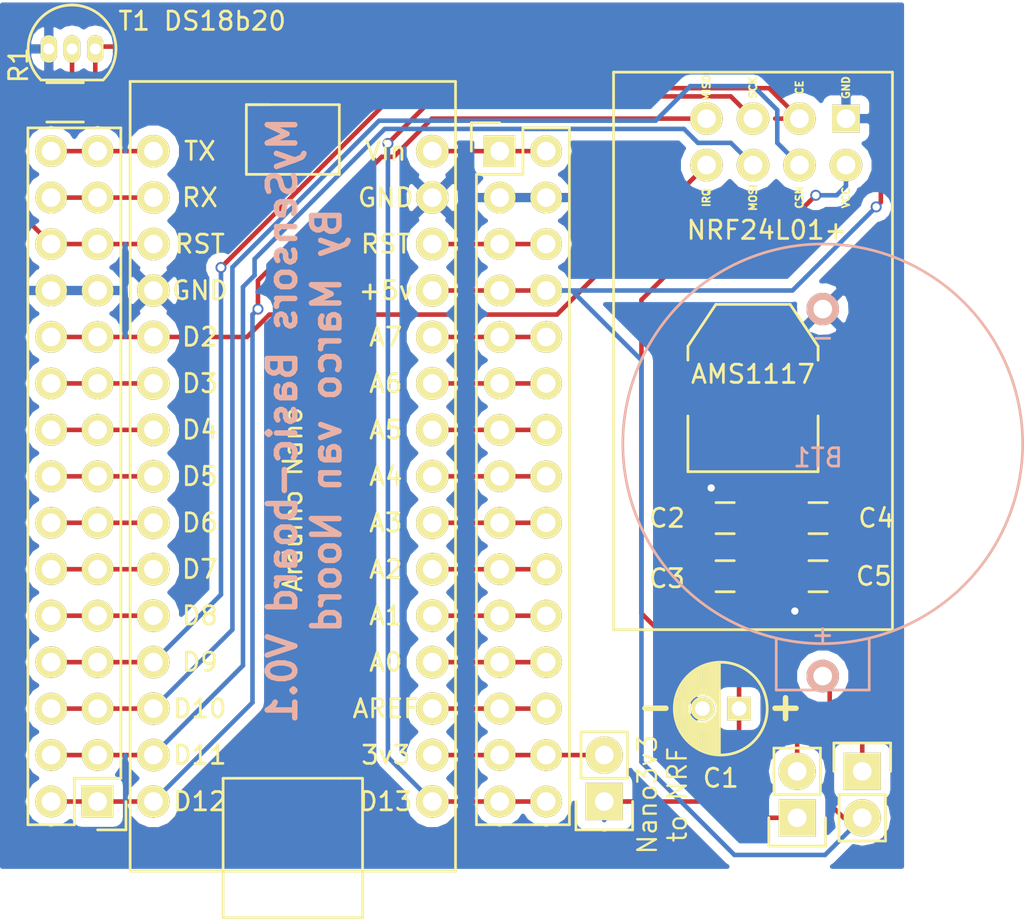
<source format=kicad_pcb>
(kicad_pcb (version 4) (host pcbnew 4.0.2-stable)

  (general
    (links 93)
    (no_connects 1)
    (area 132.321299 86.855299 182.257701 134.759701)
    (thickness 1.6)
    (drawings 4)
    (tracks 186)
    (zones 0)
    (modules 16)
    (nets 33)
  )

  (page A4)
  (layers
    (0 F.Cu signal)
    (31 B.Cu signal)
    (32 B.Adhes user hide)
    (33 F.Adhes user hide)
    (34 B.Paste user hide)
    (35 F.Paste user hide)
    (36 B.SilkS user)
    (37 F.SilkS user)
    (38 B.Mask user hide)
    (39 F.Mask user hide)
    (40 Dwgs.User user hide)
    (41 Cmts.User user hide)
    (42 Eco1.User user hide)
    (43 Eco2.User user hide)
    (44 Edge.Cuts user)
    (45 Margin user hide)
    (46 B.CrtYd user hide)
    (47 F.CrtYd user hide)
    (48 B.Fab user hide)
    (49 F.Fab user hide)
  )

  (setup
    (last_trace_width 0.25)
    (trace_clearance 0.2)
    (zone_clearance 0.508)
    (zone_45_only no)
    (trace_min 0.2)
    (segment_width 0.2)
    (edge_width 0.0254)
    (via_size 0.6)
    (via_drill 0.4)
    (via_min_size 0.4)
    (via_min_drill 0.3)
    (uvia_size 0.3)
    (uvia_drill 0.1)
    (uvias_allowed no)
    (uvia_min_size 0.2)
    (uvia_min_drill 0.1)
    (pcb_text_width 0.3)
    (pcb_text_size 1.016 1.016)
    (mod_edge_width 0.15)
    (mod_text_size 1 1)
    (mod_text_width 0.15)
    (pad_size 1.524 1.524)
    (pad_drill 0.762)
    (pad_to_mask_clearance 0.2)
    (solder_mask_min_width 0.2)
    (aux_axis_origin 0 0)
    (visible_elements 7FFFFFFF)
    (pcbplotparams
      (layerselection 0x010f0_80000001)
      (usegerberextensions true)
      (excludeedgelayer true)
      (linewidth 0.100000)
      (plotframeref false)
      (viasonmask false)
      (mode 1)
      (useauxorigin false)
      (hpglpennumber 1)
      (hpglpenspeed 20)
      (hpglpendiameter 15)
      (hpglpenoverlay 2)
      (psnegative false)
      (psa4output false)
      (plotreference true)
      (plotvalue true)
      (plotinvisibletext false)
      (padsonsilk false)
      (subtractmaskfromsilk false)
      (outputformat 1)
      (mirror false)
      (drillshape 0)
      (scaleselection 1)
      (outputdirectory GERBERS/))
  )

  (net 0 "")
  (net 1 +3V3)
  (net 2 GND)
  (net 3 "Net-(C4-Pad1)")
  (net 4 "Net-(P1-Pad1)")
  (net 5 "Net-(P1-Pad3)")
  (net 6 "Net-(P1-Pad5)")
  (net 7 "Net-(P1-Pad7)")
  (net 8 "Net-(P1-Pad10)")
  (net 9 "Net-(P1-Pad11)")
  (net 10 "Net-(P1-Pad13)")
  (net 11 "Net-(P1-Pad15)")
  (net 12 "Net-(P1-Pad17)")
  (net 13 "Net-(P1-Pad19)")
  (net 14 "Net-(P1-Pad21)")
  (net 15 "Net-(P1-Pad25)")
  (net 16 "Net-(P1-Pad27)")
  (net 17 "Net-(P1-Pad29)")
  (net 18 "Net-(P2-Pad1)")
  (net 19 "Net-(P2-Pad5)")
  (net 20 "Net-(P2-Pad10)")
  (net 21 "Net-(P2-Pad11)")
  (net 22 "Net-(P2-Pad13)")
  (net 23 "Net-(P2-Pad15)")
  (net 24 "Net-(P2-Pad17)")
  (net 25 "Net-(P2-Pad19)")
  (net 26 "Net-(P2-Pad21)")
  (net 27 "Net-(P2-Pad23)")
  (net 28 "Net-(P2-Pad25)")
  (net 29 "Net-(P2-Pad29)")
  (net 30 "Net-(BT1-Pad1)")
  (net 31 "Net-(C2-Pad1)")
  (net 32 "Net-(JP3-Pad2)")

  (net_class Default "This is the default net class."
    (clearance 0.2)
    (trace_width 0.25)
    (via_dia 0.6)
    (via_drill 0.4)
    (uvia_dia 0.3)
    (uvia_drill 0.1)
    (add_net +3V3)
    (add_net GND)
    (add_net "Net-(BT1-Pad1)")
    (add_net "Net-(C2-Pad1)")
    (add_net "Net-(C4-Pad1)")
    (add_net "Net-(JP3-Pad2)")
    (add_net "Net-(P1-Pad1)")
    (add_net "Net-(P1-Pad10)")
    (add_net "Net-(P1-Pad11)")
    (add_net "Net-(P1-Pad13)")
    (add_net "Net-(P1-Pad15)")
    (add_net "Net-(P1-Pad17)")
    (add_net "Net-(P1-Pad19)")
    (add_net "Net-(P1-Pad21)")
    (add_net "Net-(P1-Pad25)")
    (add_net "Net-(P1-Pad27)")
    (add_net "Net-(P1-Pad29)")
    (add_net "Net-(P1-Pad3)")
    (add_net "Net-(P1-Pad5)")
    (add_net "Net-(P1-Pad7)")
    (add_net "Net-(P2-Pad1)")
    (add_net "Net-(P2-Pad10)")
    (add_net "Net-(P2-Pad11)")
    (add_net "Net-(P2-Pad13)")
    (add_net "Net-(P2-Pad15)")
    (add_net "Net-(P2-Pad17)")
    (add_net "Net-(P2-Pad19)")
    (add_net "Net-(P2-Pad21)")
    (add_net "Net-(P2-Pad23)")
    (add_net "Net-(P2-Pad25)")
    (add_net "Net-(P2-Pad29)")
    (add_net "Net-(P2-Pad5)")
  )

  (module Capacitors_ThroughHole:C_Radial_D5_L11_P2 (layer F.Cu) (tedit 0) (tstamp 575BF358)
    (at 172.974 125.73 180)
    (descr "Radial Electrolytic Capacitor 5mm x Length 11mm, Pitch 2mm")
    (tags "Electrolytic Capacitor")
    (path /575C089B)
    (fp_text reference C1 (at 1 -3.8 180) (layer F.SilkS)
      (effects (font (size 1 1) (thickness 0.15)))
    )
    (fp_text value 100u (at 1 3.8 180) (layer F.Fab)
      (effects (font (size 1 1) (thickness 0.15)))
    )
    (fp_line (start 1.075 -2.499) (end 1.075 2.499) (layer F.SilkS) (width 0.15))
    (fp_line (start 1.215 -2.491) (end 1.215 -0.154) (layer F.SilkS) (width 0.15))
    (fp_line (start 1.215 0.154) (end 1.215 2.491) (layer F.SilkS) (width 0.15))
    (fp_line (start 1.355 -2.475) (end 1.355 -0.473) (layer F.SilkS) (width 0.15))
    (fp_line (start 1.355 0.473) (end 1.355 2.475) (layer F.SilkS) (width 0.15))
    (fp_line (start 1.495 -2.451) (end 1.495 -0.62) (layer F.SilkS) (width 0.15))
    (fp_line (start 1.495 0.62) (end 1.495 2.451) (layer F.SilkS) (width 0.15))
    (fp_line (start 1.635 -2.418) (end 1.635 -0.712) (layer F.SilkS) (width 0.15))
    (fp_line (start 1.635 0.712) (end 1.635 2.418) (layer F.SilkS) (width 0.15))
    (fp_line (start 1.775 -2.377) (end 1.775 -0.768) (layer F.SilkS) (width 0.15))
    (fp_line (start 1.775 0.768) (end 1.775 2.377) (layer F.SilkS) (width 0.15))
    (fp_line (start 1.915 -2.327) (end 1.915 -0.795) (layer F.SilkS) (width 0.15))
    (fp_line (start 1.915 0.795) (end 1.915 2.327) (layer F.SilkS) (width 0.15))
    (fp_line (start 2.055 -2.266) (end 2.055 -0.798) (layer F.SilkS) (width 0.15))
    (fp_line (start 2.055 0.798) (end 2.055 2.266) (layer F.SilkS) (width 0.15))
    (fp_line (start 2.195 -2.196) (end 2.195 -0.776) (layer F.SilkS) (width 0.15))
    (fp_line (start 2.195 0.776) (end 2.195 2.196) (layer F.SilkS) (width 0.15))
    (fp_line (start 2.335 -2.114) (end 2.335 -0.726) (layer F.SilkS) (width 0.15))
    (fp_line (start 2.335 0.726) (end 2.335 2.114) (layer F.SilkS) (width 0.15))
    (fp_line (start 2.475 -2.019) (end 2.475 -0.644) (layer F.SilkS) (width 0.15))
    (fp_line (start 2.475 0.644) (end 2.475 2.019) (layer F.SilkS) (width 0.15))
    (fp_line (start 2.615 -1.908) (end 2.615 -0.512) (layer F.SilkS) (width 0.15))
    (fp_line (start 2.615 0.512) (end 2.615 1.908) (layer F.SilkS) (width 0.15))
    (fp_line (start 2.755 -1.78) (end 2.755 -0.265) (layer F.SilkS) (width 0.15))
    (fp_line (start 2.755 0.265) (end 2.755 1.78) (layer F.SilkS) (width 0.15))
    (fp_line (start 2.895 -1.631) (end 2.895 1.631) (layer F.SilkS) (width 0.15))
    (fp_line (start 3.035 -1.452) (end 3.035 1.452) (layer F.SilkS) (width 0.15))
    (fp_line (start 3.175 -1.233) (end 3.175 1.233) (layer F.SilkS) (width 0.15))
    (fp_line (start 3.315 -0.944) (end 3.315 0.944) (layer F.SilkS) (width 0.15))
    (fp_line (start 3.455 -0.472) (end 3.455 0.472) (layer F.SilkS) (width 0.15))
    (fp_circle (center 2 0) (end 2 -0.8) (layer F.SilkS) (width 0.15))
    (fp_circle (center 1 0) (end 1 -2.5375) (layer F.SilkS) (width 0.15))
    (fp_circle (center 1 0) (end 1 -2.8) (layer F.CrtYd) (width 0.05))
    (pad 1 thru_hole rect (at 0 0 180) (size 1.3 1.3) (drill 0.8) (layers *.Cu *.Mask F.SilkS)
      (net 1 +3V3))
    (pad 2 thru_hole circle (at 2 0 180) (size 1.3 1.3) (drill 0.8) (layers *.Cu *.Mask F.SilkS)
      (net 2 GND))
    (model Capacitors_ThroughHole.3dshapes/C_Radial_D5_L11_P2.wrl
      (at (xyz 0 0 0))
      (scale (xyz 1 1 1))
      (rotate (xyz 0 0 0))
    )
  )

  (module Capacitors_SMD:C_0805_HandSoldering (layer F.Cu) (tedit 541A9B8D) (tstamp 575BF35E)
    (at 172.212 115.316 180)
    (descr "Capacitor SMD 0805, hand soldering")
    (tags "capacitor 0805")
    (path /575C04AD)
    (attr smd)
    (fp_text reference C2 (at 3.175 0 180) (layer F.SilkS)
      (effects (font (size 1 1) (thickness 0.15)))
    )
    (fp_text value 10u (at 0 2.1 180) (layer F.Fab)
      (effects (font (size 1 1) (thickness 0.15)))
    )
    (fp_line (start -2.3 -1) (end 2.3 -1) (layer F.CrtYd) (width 0.05))
    (fp_line (start -2.3 1) (end 2.3 1) (layer F.CrtYd) (width 0.05))
    (fp_line (start -2.3 -1) (end -2.3 1) (layer F.CrtYd) (width 0.05))
    (fp_line (start 2.3 -1) (end 2.3 1) (layer F.CrtYd) (width 0.05))
    (fp_line (start 0.5 -0.85) (end -0.5 -0.85) (layer F.SilkS) (width 0.15))
    (fp_line (start -0.5 0.85) (end 0.5 0.85) (layer F.SilkS) (width 0.15))
    (pad 1 smd rect (at -1.25 0 180) (size 1.5 1.25) (layers F.Cu F.Paste F.Mask)
      (net 31 "Net-(C2-Pad1)"))
    (pad 2 smd rect (at 1.25 0 180) (size 1.5 1.25) (layers F.Cu F.Paste F.Mask)
      (net 2 GND))
    (model Capacitors_SMD.3dshapes/C_0805_HandSoldering.wrl
      (at (xyz 0 0 0))
      (scale (xyz 1 1 1))
      (rotate (xyz 0 0 0))
    )
  )

  (module Capacitors_SMD:C_0805_HandSoldering (layer F.Cu) (tedit 541A9B8D) (tstamp 575BF364)
    (at 172.212 118.491 180)
    (descr "Capacitor SMD 0805, hand soldering")
    (tags "capacitor 0805")
    (path /575C05B7)
    (attr smd)
    (fp_text reference C3 (at 3.175 -0.127 180) (layer F.SilkS)
      (effects (font (size 1 1) (thickness 0.15)))
    )
    (fp_text value 0.1u (at 0 2.1 180) (layer F.Fab)
      (effects (font (size 1 1) (thickness 0.15)))
    )
    (fp_line (start -2.3 -1) (end 2.3 -1) (layer F.CrtYd) (width 0.05))
    (fp_line (start -2.3 1) (end 2.3 1) (layer F.CrtYd) (width 0.05))
    (fp_line (start -2.3 -1) (end -2.3 1) (layer F.CrtYd) (width 0.05))
    (fp_line (start 2.3 -1) (end 2.3 1) (layer F.CrtYd) (width 0.05))
    (fp_line (start 0.5 -0.85) (end -0.5 -0.85) (layer F.SilkS) (width 0.15))
    (fp_line (start -0.5 0.85) (end 0.5 0.85) (layer F.SilkS) (width 0.15))
    (pad 1 smd rect (at -1.25 0 180) (size 1.5 1.25) (layers F.Cu F.Paste F.Mask)
      (net 31 "Net-(C2-Pad1)"))
    (pad 2 smd rect (at 1.25 0 180) (size 1.5 1.25) (layers F.Cu F.Paste F.Mask)
      (net 2 GND))
    (model Capacitors_SMD.3dshapes/C_0805_HandSoldering.wrl
      (at (xyz 0 0 0))
      (scale (xyz 1 1 1))
      (rotate (xyz 0 0 0))
    )
  )

  (module Capacitors_SMD:C_0805_HandSoldering (layer F.Cu) (tedit 541A9B8D) (tstamp 575BF36A)
    (at 177.292 115.316 180)
    (descr "Capacitor SMD 0805, hand soldering")
    (tags "capacitor 0805")
    (path /575BFFD2)
    (attr smd)
    (fp_text reference C4 (at -3.175 0 180) (layer F.SilkS)
      (effects (font (size 1 1) (thickness 0.15)))
    )
    (fp_text value 0.1u (at 0 2.1 180) (layer F.Fab)
      (effects (font (size 1 1) (thickness 0.15)))
    )
    (fp_line (start -2.3 -1) (end 2.3 -1) (layer F.CrtYd) (width 0.05))
    (fp_line (start -2.3 1) (end 2.3 1) (layer F.CrtYd) (width 0.05))
    (fp_line (start -2.3 -1) (end -2.3 1) (layer F.CrtYd) (width 0.05))
    (fp_line (start 2.3 -1) (end 2.3 1) (layer F.CrtYd) (width 0.05))
    (fp_line (start 0.5 -0.85) (end -0.5 -0.85) (layer F.SilkS) (width 0.15))
    (fp_line (start -0.5 0.85) (end 0.5 0.85) (layer F.SilkS) (width 0.15))
    (pad 1 smd rect (at -1.25 0 180) (size 1.5 1.25) (layers F.Cu F.Paste F.Mask)
      (net 3 "Net-(C4-Pad1)"))
    (pad 2 smd rect (at 1.25 0 180) (size 1.5 1.25) (layers F.Cu F.Paste F.Mask)
      (net 2 GND))
    (model Capacitors_SMD.3dshapes/C_0805_HandSoldering.wrl
      (at (xyz 0 0 0))
      (scale (xyz 1 1 1))
      (rotate (xyz 0 0 0))
    )
  )

  (module Capacitors_SMD:C_0805_HandSoldering (layer F.Cu) (tedit 541A9B8D) (tstamp 575BF370)
    (at 177.292 118.491 180)
    (descr "Capacitor SMD 0805, hand soldering")
    (tags "capacitor 0805")
    (path /575C0029)
    (attr smd)
    (fp_text reference C5 (at -3.048 0 180) (layer F.SilkS)
      (effects (font (size 1 1) (thickness 0.15)))
    )
    (fp_text value 10u (at 0 2.1 180) (layer F.Fab)
      (effects (font (size 1 1) (thickness 0.15)))
    )
    (fp_line (start -2.3 -1) (end 2.3 -1) (layer F.CrtYd) (width 0.05))
    (fp_line (start -2.3 1) (end 2.3 1) (layer F.CrtYd) (width 0.05))
    (fp_line (start -2.3 -1) (end -2.3 1) (layer F.CrtYd) (width 0.05))
    (fp_line (start 2.3 -1) (end 2.3 1) (layer F.CrtYd) (width 0.05))
    (fp_line (start 0.5 -0.85) (end -0.5 -0.85) (layer F.SilkS) (width 0.15))
    (fp_line (start -0.5 0.85) (end 0.5 0.85) (layer F.SilkS) (width 0.15))
    (pad 1 smd rect (at -1.25 0 180) (size 1.5 1.25) (layers F.Cu F.Paste F.Mask)
      (net 3 "Net-(C4-Pad1)"))
    (pad 2 smd rect (at 1.25 0 180) (size 1.5 1.25) (layers F.Cu F.Paste F.Mask)
      (net 2 GND))
    (model Capacitors_SMD.3dshapes/C_0805_HandSoldering.wrl
      (at (xyz 0 0 0))
      (scale (xyz 1 1 1))
      (rotate (xyz 0 0 0))
    )
  )

  (module MySensors:SOT-223 (layer F.Cu) (tedit 5782A177) (tstamp 575BF380)
    (at 173.736 108.204)
    (descr "module CMS SOT223 4 pins")
    (tags "CMS SOT")
    (path /575BF8D5)
    (attr smd)
    (fp_text reference AMS1117 (at 0 -0.762) (layer F.SilkS)
      (effects (font (size 1 1) (thickness 0.15)))
    )
    (fp_text value AMS1117 (at 0 0.762) (layer F.Fab)
      (effects (font (size 1 1) (thickness 0.15)))
    )
    (fp_line (start -3.556 1.524) (end -3.556 4.572) (layer F.SilkS) (width 0.15))
    (fp_line (start -3.556 4.572) (end 3.556 4.572) (layer F.SilkS) (width 0.15))
    (fp_line (start 3.556 4.572) (end 3.556 1.524) (layer F.SilkS) (width 0.15))
    (fp_line (start -3.556 -1.524) (end -3.556 -2.286) (layer F.SilkS) (width 0.15))
    (fp_line (start -3.556 -2.286) (end -2.032 -4.572) (layer F.SilkS) (width 0.15))
    (fp_line (start -2.032 -4.572) (end 2.032 -4.572) (layer F.SilkS) (width 0.15))
    (fp_line (start 2.032 -4.572) (end 3.556 -2.286) (layer F.SilkS) (width 0.15))
    (fp_line (start 3.556 -2.286) (end 3.556 -1.524) (layer F.SilkS) (width 0.15))
    (pad 2 smd rect (at 0 -3.302) (size 3.6576 2.032) (layers F.Cu F.Paste F.Mask)
      (net 31 "Net-(C2-Pad1)"))
    (pad 2 smd rect (at 0 3.302) (size 1.016 2.032) (layers F.Cu F.Paste F.Mask)
      (net 31 "Net-(C2-Pad1)"))
    (pad 3 smd rect (at 2.286 3.302) (size 1.016 2.032) (layers F.Cu F.Paste F.Mask)
      (net 3 "Net-(C4-Pad1)"))
    (pad 1 smd rect (at -2.286 3.302) (size 1.016 2.032) (layers F.Cu F.Paste F.Mask)
      (net 2 GND))
    (model TO_SOT_Packages_SMD.3dshapes/SOT-223.wrl
      (at (xyz 0 0 0))
      (scale (xyz 0.4 0.4 0.4))
      (rotate (xyz 0 0 0))
    )
  )

  (module Pin_Headers:Pin_Header_Straight_2x15 (layer F.Cu) (tedit 5782A1CD) (tstamp 575C0140)
    (at 137.922 130.81 180)
    (descr "Through hole pin header")
    (tags "pin header")
    (path /575C2E90)
    (fp_text reference P1 (at 0 -5.1 180) (layer F.SilkS) hide
      (effects (font (size 1 1) (thickness 0.15)))
    )
    (fp_text value CONN_02X15 (at 0 -3.1 180) (layer F.Fab) hide
      (effects (font (size 1 1) (thickness 0.15)))
    )
    (fp_line (start -1.75 -1.75) (end -1.75 37.35) (layer F.CrtYd) (width 0.05))
    (fp_line (start 4.3 -1.75) (end 4.3 37.35) (layer F.CrtYd) (width 0.05))
    (fp_line (start -1.75 -1.75) (end 4.3 -1.75) (layer F.CrtYd) (width 0.05))
    (fp_line (start -1.75 37.35) (end 4.3 37.35) (layer F.CrtYd) (width 0.05))
    (fp_line (start 3.81 36.83) (end 3.81 -1.27) (layer F.SilkS) (width 0.15))
    (fp_line (start -1.27 1.27) (end -1.27 36.83) (layer F.SilkS) (width 0.15))
    (fp_line (start 3.81 36.83) (end -1.27 36.83) (layer F.SilkS) (width 0.15))
    (fp_line (start 3.81 -1.27) (end 1.27 -1.27) (layer F.SilkS) (width 0.15))
    (fp_line (start 0 -1.55) (end -1.55 -1.55) (layer F.SilkS) (width 0.15))
    (fp_line (start 1.27 -1.27) (end 1.27 1.27) (layer F.SilkS) (width 0.15))
    (fp_line (start 1.27 1.27) (end -1.27 1.27) (layer F.SilkS) (width 0.15))
    (fp_line (start -1.55 -1.55) (end -1.55 0) (layer F.SilkS) (width 0.15))
    (pad 1 thru_hole rect (at 0 0 180) (size 1.7272 1.7272) (drill 1.016) (layers *.Cu *.Mask F.SilkS)
      (net 4 "Net-(P1-Pad1)"))
    (pad 2 thru_hole oval (at 2.54 0 180) (size 1.7272 1.7272) (drill 1.016) (layers *.Cu *.Mask F.SilkS)
      (net 4 "Net-(P1-Pad1)"))
    (pad 3 thru_hole oval (at 0 2.54 180) (size 1.7272 1.7272) (drill 1.016) (layers *.Cu *.Mask F.SilkS)
      (net 5 "Net-(P1-Pad3)"))
    (pad 4 thru_hole oval (at 2.54 2.54 180) (size 1.7272 1.7272) (drill 1.016) (layers *.Cu *.Mask F.SilkS)
      (net 5 "Net-(P1-Pad3)"))
    (pad 5 thru_hole oval (at 0 5.08 180) (size 1.7272 1.7272) (drill 1.016) (layers *.Cu *.Mask F.SilkS)
      (net 6 "Net-(P1-Pad5)"))
    (pad 6 thru_hole oval (at 2.54 5.08 180) (size 1.7272 1.7272) (drill 1.016) (layers *.Cu *.Mask F.SilkS)
      (net 6 "Net-(P1-Pad5)"))
    (pad 7 thru_hole oval (at 0 7.62 180) (size 1.7272 1.7272) (drill 1.016) (layers *.Cu *.Mask F.SilkS)
      (net 7 "Net-(P1-Pad7)"))
    (pad 8 thru_hole oval (at 2.54 7.62 180) (size 1.7272 1.7272) (drill 1.016) (layers *.Cu *.Mask F.SilkS)
      (net 7 "Net-(P1-Pad7)"))
    (pad 9 thru_hole oval (at 0 10.16 180) (size 1.7272 1.7272) (drill 1.016) (layers *.Cu *.Mask F.SilkS)
      (net 8 "Net-(P1-Pad10)"))
    (pad 10 thru_hole oval (at 2.54 10.16 180) (size 1.7272 1.7272) (drill 1.016) (layers *.Cu *.Mask F.SilkS)
      (net 8 "Net-(P1-Pad10)"))
    (pad 11 thru_hole oval (at 0 12.7 180) (size 1.7272 1.7272) (drill 1.016) (layers *.Cu *.Mask F.SilkS)
      (net 9 "Net-(P1-Pad11)"))
    (pad 12 thru_hole oval (at 2.54 12.7 180) (size 1.7272 1.7272) (drill 1.016) (layers *.Cu *.Mask F.SilkS)
      (net 9 "Net-(P1-Pad11)"))
    (pad 13 thru_hole oval (at 0 15.24 180) (size 1.7272 1.7272) (drill 1.016) (layers *.Cu *.Mask F.SilkS)
      (net 10 "Net-(P1-Pad13)"))
    (pad 14 thru_hole oval (at 2.54 15.24 180) (size 1.7272 1.7272) (drill 1.016) (layers *.Cu *.Mask F.SilkS)
      (net 10 "Net-(P1-Pad13)"))
    (pad 15 thru_hole oval (at 0 17.78 180) (size 1.7272 1.7272) (drill 1.016) (layers *.Cu *.Mask F.SilkS)
      (net 11 "Net-(P1-Pad15)"))
    (pad 16 thru_hole oval (at 2.54 17.78 180) (size 1.7272 1.7272) (drill 1.016) (layers *.Cu *.Mask F.SilkS)
      (net 11 "Net-(P1-Pad15)"))
    (pad 17 thru_hole oval (at 0 20.32 180) (size 1.7272 1.7272) (drill 1.016) (layers *.Cu *.Mask F.SilkS)
      (net 12 "Net-(P1-Pad17)"))
    (pad 18 thru_hole oval (at 2.54 20.32 180) (size 1.7272 1.7272) (drill 1.016) (layers *.Cu *.Mask F.SilkS)
      (net 12 "Net-(P1-Pad17)"))
    (pad 19 thru_hole oval (at 0 22.86 180) (size 1.7272 1.7272) (drill 1.016) (layers *.Cu *.Mask F.SilkS)
      (net 13 "Net-(P1-Pad19)"))
    (pad 20 thru_hole oval (at 2.54 22.86 180) (size 1.7272 1.7272) (drill 1.016) (layers *.Cu *.Mask F.SilkS)
      (net 13 "Net-(P1-Pad19)"))
    (pad 21 thru_hole oval (at 0 25.4 180) (size 1.7272 1.7272) (drill 1.016) (layers *.Cu *.Mask F.SilkS)
      (net 14 "Net-(P1-Pad21)"))
    (pad 22 thru_hole oval (at 2.54 25.4 180) (size 1.7272 1.7272) (drill 1.016) (layers *.Cu *.Mask F.SilkS)
      (net 14 "Net-(P1-Pad21)"))
    (pad 23 thru_hole oval (at 0 27.94 180) (size 1.7272 1.7272) (drill 1.016) (layers *.Cu *.Mask F.SilkS)
      (net 2 GND))
    (pad 24 thru_hole oval (at 2.54 27.94 180) (size 1.7272 1.7272) (drill 1.016) (layers *.Cu *.Mask F.SilkS)
      (net 2 GND))
    (pad 25 thru_hole oval (at 0 30.48 180) (size 1.7272 1.7272) (drill 1.016) (layers *.Cu *.Mask F.SilkS)
      (net 15 "Net-(P1-Pad25)"))
    (pad 26 thru_hole oval (at 2.54 30.48 180) (size 1.7272 1.7272) (drill 1.016) (layers *.Cu *.Mask F.SilkS)
      (net 15 "Net-(P1-Pad25)"))
    (pad 27 thru_hole oval (at 0 33.02 180) (size 1.7272 1.7272) (drill 1.016) (layers *.Cu *.Mask F.SilkS)
      (net 16 "Net-(P1-Pad27)"))
    (pad 28 thru_hole oval (at 2.54 33.02 180) (size 1.7272 1.7272) (drill 1.016) (layers *.Cu *.Mask F.SilkS)
      (net 16 "Net-(P1-Pad27)"))
    (pad 29 thru_hole oval (at 0 35.56 180) (size 1.7272 1.7272) (drill 1.016) (layers *.Cu *.Mask F.SilkS)
      (net 17 "Net-(P1-Pad29)"))
    (pad 30 thru_hole oval (at 2.54 35.56 180) (size 1.7272 1.7272) (drill 1.016) (layers *.Cu *.Mask F.SilkS)
      (net 17 "Net-(P1-Pad29)"))
    (model Pin_Headers.3dshapes/Pin_Header_Straight_2x15.wrl
      (at (xyz 0.05 -0.7 0))
      (scale (xyz 1 1 1))
      (rotate (xyz 0 0 90))
    )
  )

  (module Pin_Headers:Pin_Header_Straight_2x15 (layer F.Cu) (tedit 5782A1A8) (tstamp 575C0162)
    (at 159.893 95.25)
    (descr "Through hole pin header")
    (tags "pin header")
    (path /575C1569)
    (fp_text reference P2 (at 0 -5.1) (layer F.SilkS) hide
      (effects (font (size 1 1) (thickness 0.15)))
    )
    (fp_text value CONN_02X15 (at 0 -3.1) (layer F.Fab) hide
      (effects (font (size 1 1) (thickness 0.15)))
    )
    (fp_line (start -1.75 -1.75) (end -1.75 37.35) (layer F.CrtYd) (width 0.05))
    (fp_line (start 4.3 -1.75) (end 4.3 37.35) (layer F.CrtYd) (width 0.05))
    (fp_line (start -1.75 -1.75) (end 4.3 -1.75) (layer F.CrtYd) (width 0.05))
    (fp_line (start -1.75 37.35) (end 4.3 37.35) (layer F.CrtYd) (width 0.05))
    (fp_line (start 3.81 36.83) (end 3.81 -1.27) (layer F.SilkS) (width 0.15))
    (fp_line (start -1.27 1.27) (end -1.27 36.83) (layer F.SilkS) (width 0.15))
    (fp_line (start 3.81 36.83) (end -1.27 36.83) (layer F.SilkS) (width 0.15))
    (fp_line (start 3.81 -1.27) (end 1.27 -1.27) (layer F.SilkS) (width 0.15))
    (fp_line (start 0 -1.55) (end -1.55 -1.55) (layer F.SilkS) (width 0.15))
    (fp_line (start 1.27 -1.27) (end 1.27 1.27) (layer F.SilkS) (width 0.15))
    (fp_line (start 1.27 1.27) (end -1.27 1.27) (layer F.SilkS) (width 0.15))
    (fp_line (start -1.55 -1.55) (end -1.55 0) (layer F.SilkS) (width 0.15))
    (pad 1 thru_hole rect (at 0 0) (size 1.7272 1.7272) (drill 1.016) (layers *.Cu *.Mask F.SilkS)
      (net 18 "Net-(P2-Pad1)"))
    (pad 2 thru_hole oval (at 2.54 0) (size 1.7272 1.7272) (drill 1.016) (layers *.Cu *.Mask F.SilkS)
      (net 18 "Net-(P2-Pad1)"))
    (pad 3 thru_hole oval (at 0 2.54) (size 1.7272 1.7272) (drill 1.016) (layers *.Cu *.Mask F.SilkS)
      (net 2 GND))
    (pad 4 thru_hole oval (at 2.54 2.54) (size 1.7272 1.7272) (drill 1.016) (layers *.Cu *.Mask F.SilkS)
      (net 2 GND))
    (pad 5 thru_hole oval (at 0 5.08) (size 1.7272 1.7272) (drill 1.016) (layers *.Cu *.Mask F.SilkS)
      (net 19 "Net-(P2-Pad5)"))
    (pad 6 thru_hole oval (at 2.54 5.08) (size 1.7272 1.7272) (drill 1.016) (layers *.Cu *.Mask F.SilkS)
      (net 19 "Net-(P2-Pad5)"))
    (pad 7 thru_hole oval (at 0 7.62) (size 1.7272 1.7272) (drill 1.016) (layers *.Cu *.Mask F.SilkS)
      (net 30 "Net-(BT1-Pad1)"))
    (pad 8 thru_hole oval (at 2.54 7.62) (size 1.7272 1.7272) (drill 1.016) (layers *.Cu *.Mask F.SilkS)
      (net 30 "Net-(BT1-Pad1)"))
    (pad 9 thru_hole oval (at 0 10.16) (size 1.7272 1.7272) (drill 1.016) (layers *.Cu *.Mask F.SilkS)
      (net 20 "Net-(P2-Pad10)"))
    (pad 10 thru_hole oval (at 2.54 10.16) (size 1.7272 1.7272) (drill 1.016) (layers *.Cu *.Mask F.SilkS)
      (net 20 "Net-(P2-Pad10)"))
    (pad 11 thru_hole oval (at 0 12.7) (size 1.7272 1.7272) (drill 1.016) (layers *.Cu *.Mask F.SilkS)
      (net 21 "Net-(P2-Pad11)"))
    (pad 12 thru_hole oval (at 2.54 12.7) (size 1.7272 1.7272) (drill 1.016) (layers *.Cu *.Mask F.SilkS)
      (net 21 "Net-(P2-Pad11)"))
    (pad 13 thru_hole oval (at 0 15.24) (size 1.7272 1.7272) (drill 1.016) (layers *.Cu *.Mask F.SilkS)
      (net 22 "Net-(P2-Pad13)"))
    (pad 14 thru_hole oval (at 2.54 15.24) (size 1.7272 1.7272) (drill 1.016) (layers *.Cu *.Mask F.SilkS)
      (net 22 "Net-(P2-Pad13)"))
    (pad 15 thru_hole oval (at 0 17.78) (size 1.7272 1.7272) (drill 1.016) (layers *.Cu *.Mask F.SilkS)
      (net 23 "Net-(P2-Pad15)"))
    (pad 16 thru_hole oval (at 2.54 17.78) (size 1.7272 1.7272) (drill 1.016) (layers *.Cu *.Mask F.SilkS)
      (net 23 "Net-(P2-Pad15)"))
    (pad 17 thru_hole oval (at 0 20.32) (size 1.7272 1.7272) (drill 1.016) (layers *.Cu *.Mask F.SilkS)
      (net 24 "Net-(P2-Pad17)"))
    (pad 18 thru_hole oval (at 2.54 20.32) (size 1.7272 1.7272) (drill 1.016) (layers *.Cu *.Mask F.SilkS)
      (net 24 "Net-(P2-Pad17)"))
    (pad 19 thru_hole oval (at 0 22.86) (size 1.7272 1.7272) (drill 1.016) (layers *.Cu *.Mask F.SilkS)
      (net 25 "Net-(P2-Pad19)"))
    (pad 20 thru_hole oval (at 2.54 22.86) (size 1.7272 1.7272) (drill 1.016) (layers *.Cu *.Mask F.SilkS)
      (net 25 "Net-(P2-Pad19)"))
    (pad 21 thru_hole oval (at 0 25.4) (size 1.7272 1.7272) (drill 1.016) (layers *.Cu *.Mask F.SilkS)
      (net 26 "Net-(P2-Pad21)"))
    (pad 22 thru_hole oval (at 2.54 25.4) (size 1.7272 1.7272) (drill 1.016) (layers *.Cu *.Mask F.SilkS)
      (net 26 "Net-(P2-Pad21)"))
    (pad 23 thru_hole oval (at 0 27.94) (size 1.7272 1.7272) (drill 1.016) (layers *.Cu *.Mask F.SilkS)
      (net 27 "Net-(P2-Pad23)"))
    (pad 24 thru_hole oval (at 2.54 27.94) (size 1.7272 1.7272) (drill 1.016) (layers *.Cu *.Mask F.SilkS)
      (net 27 "Net-(P2-Pad23)"))
    (pad 25 thru_hole oval (at 0 30.48) (size 1.7272 1.7272) (drill 1.016) (layers *.Cu *.Mask F.SilkS)
      (net 28 "Net-(P2-Pad25)"))
    (pad 26 thru_hole oval (at 2.54 30.48) (size 1.7272 1.7272) (drill 1.016) (layers *.Cu *.Mask F.SilkS)
      (net 28 "Net-(P2-Pad25)"))
    (pad 27 thru_hole oval (at 0 33.02) (size 1.7272 1.7272) (drill 1.016) (layers *.Cu *.Mask F.SilkS)
      (net 32 "Net-(JP3-Pad2)"))
    (pad 28 thru_hole oval (at 2.54 33.02) (size 1.7272 1.7272) (drill 1.016) (layers *.Cu *.Mask F.SilkS)
      (net 32 "Net-(JP3-Pad2)"))
    (pad 29 thru_hole oval (at 0 35.56) (size 1.7272 1.7272) (drill 1.016) (layers *.Cu *.Mask F.SilkS)
      (net 29 "Net-(P2-Pad29)"))
    (pad 30 thru_hole oval (at 2.54 35.56) (size 1.7272 1.7272) (drill 1.016) (layers *.Cu *.Mask F.SilkS)
      (net 29 "Net-(P2-Pad29)"))
    (model Pin_Headers.3dshapes/Pin_Header_Straight_2x15.wrl
      (at (xyz 0.05 -0.7 0))
      (scale (xyz 1 1 1))
      (rotate (xyz 0 0 90))
    )
  )

  (module Pin_Headers:Pin_Header_Straight_1x02 (layer F.Cu) (tedit 575D2D4E) (tstamp 575D25AA)
    (at 176.149 131.699 180)
    (descr "Through hole pin header")
    (tags "pin header")
    (path /575D2AC9)
    (fp_text reference JP1 (at 0 -5.1 180) (layer F.SilkS) hide
      (effects (font (size 1 1) (thickness 0.15)))
    )
    (fp_text value JUMPER (at -0.127 4.572 180) (layer F.Fab)
      (effects (font (size 1 1) (thickness 0.15)))
    )
    (fp_line (start 1.27 1.27) (end 1.27 3.81) (layer F.SilkS) (width 0.15))
    (fp_line (start 1.55 -1.55) (end 1.55 0) (layer F.SilkS) (width 0.15))
    (fp_line (start -1.75 -1.75) (end -1.75 4.3) (layer F.CrtYd) (width 0.05))
    (fp_line (start 1.75 -1.75) (end 1.75 4.3) (layer F.CrtYd) (width 0.05))
    (fp_line (start -1.75 -1.75) (end 1.75 -1.75) (layer F.CrtYd) (width 0.05))
    (fp_line (start -1.75 4.3) (end 1.75 4.3) (layer F.CrtYd) (width 0.05))
    (fp_line (start 1.27 1.27) (end -1.27 1.27) (layer F.SilkS) (width 0.15))
    (fp_line (start -1.55 0) (end -1.55 -1.55) (layer F.SilkS) (width 0.15))
    (fp_line (start -1.55 -1.55) (end 1.55 -1.55) (layer F.SilkS) (width 0.15))
    (fp_line (start -1.27 1.27) (end -1.27 3.81) (layer F.SilkS) (width 0.15))
    (fp_line (start -1.27 3.81) (end 1.27 3.81) (layer F.SilkS) (width 0.15))
    (pad 1 thru_hole rect (at 0 0 180) (size 2.032 2.032) (drill 1.016) (layers *.Cu *.Mask F.SilkS)
      (net 1 +3V3))
    (pad 2 thru_hole oval (at 0 2.54 180) (size 2.032 2.032) (drill 1.016) (layers *.Cu *.Mask F.SilkS)
      (net 31 "Net-(C2-Pad1)"))
    (model Pin_Headers.3dshapes/Pin_Header_Straight_1x02.wrl
      (at (xyz 0 -0.05 0))
      (scale (xyz 1 1 1))
      (rotate (xyz 0 0 90))
    )
  )

  (module Pin_Headers:Pin_Header_Straight_1x02 (layer F.Cu) (tedit 575D2D62) (tstamp 575D25B0)
    (at 179.705 129.159)
    (descr "Through hole pin header")
    (tags "pin header")
    (path /575D1E14)
    (fp_text reference JP2 (at 0 -5.1) (layer F.SilkS) hide
      (effects (font (size 1 1) (thickness 0.15)))
    )
    (fp_text value JUMPER (at 0 -2.159) (layer F.Fab)
      (effects (font (size 1 1) (thickness 0.15)))
    )
    (fp_line (start 1.27 1.27) (end 1.27 3.81) (layer F.SilkS) (width 0.15))
    (fp_line (start 1.55 -1.55) (end 1.55 0) (layer F.SilkS) (width 0.15))
    (fp_line (start -1.75 -1.75) (end -1.75 4.3) (layer F.CrtYd) (width 0.05))
    (fp_line (start 1.75 -1.75) (end 1.75 4.3) (layer F.CrtYd) (width 0.05))
    (fp_line (start -1.75 -1.75) (end 1.75 -1.75) (layer F.CrtYd) (width 0.05))
    (fp_line (start -1.75 4.3) (end 1.75 4.3) (layer F.CrtYd) (width 0.05))
    (fp_line (start 1.27 1.27) (end -1.27 1.27) (layer F.SilkS) (width 0.15))
    (fp_line (start -1.55 0) (end -1.55 -1.55) (layer F.SilkS) (width 0.15))
    (fp_line (start -1.55 -1.55) (end 1.55 -1.55) (layer F.SilkS) (width 0.15))
    (fp_line (start -1.27 1.27) (end -1.27 3.81) (layer F.SilkS) (width 0.15))
    (fp_line (start -1.27 3.81) (end 1.27 3.81) (layer F.SilkS) (width 0.15))
    (pad 1 thru_hole rect (at 0 0) (size 2.032 2.032) (drill 1.016) (layers *.Cu *.Mask F.SilkS)
      (net 3 "Net-(C4-Pad1)"))
    (pad 2 thru_hole oval (at 0 2.54) (size 2.032 2.032) (drill 1.016) (layers *.Cu *.Mask F.SilkS)
      (net 30 "Net-(BT1-Pad1)"))
    (model Pin_Headers.3dshapes/Pin_Header_Straight_1x02.wrl
      (at (xyz 0 -0.05 0))
      (scale (xyz 1 1 1))
      (rotate (xyz 0 0 90))
    )
  )

  (module Resistors_SMD:R_1206_HandSoldering (layer F.Cu) (tedit 575D2718) (tstamp 575D25B6)
    (at 136.144 92.583 180)
    (descr "Resistor SMD 1206, hand soldering")
    (tags "resistor 1206")
    (path /575D59B7)
    (attr smd)
    (fp_text reference R1 (at 2.54 2.032 450) (layer F.SilkS)
      (effects (font (size 1 1) (thickness 0.15)))
    )
    (fp_text value 4K7 (at 0 0 270) (layer F.Fab)
      (effects (font (size 1 1) (thickness 0.15)))
    )
    (fp_line (start -3.3 -1.2) (end 3.3 -1.2) (layer F.CrtYd) (width 0.05))
    (fp_line (start -3.3 1.2) (end 3.3 1.2) (layer F.CrtYd) (width 0.05))
    (fp_line (start -3.3 -1.2) (end -3.3 1.2) (layer F.CrtYd) (width 0.05))
    (fp_line (start 3.3 -1.2) (end 3.3 1.2) (layer F.CrtYd) (width 0.05))
    (fp_line (start 1 1.075) (end -1 1.075) (layer F.SilkS) (width 0.15))
    (fp_line (start -1 -1.075) (end 1 -1.075) (layer F.SilkS) (width 0.15))
    (pad 1 smd rect (at -2 0 180) (size 2 1.7) (layers F.Cu F.Paste F.Mask)
      (net 30 "Net-(BT1-Pad1)"))
    (pad 2 smd rect (at 2 0 180) (size 2 1.7) (layers F.Cu F.Paste F.Mask)
      (net 15 "Net-(P1-Pad25)"))
    (model Resistors_SMD.3dshapes/R_1206_HandSoldering.wrl
      (at (xyz 0 0 0))
      (scale (xyz 1 1 1))
      (rotate (xyz 0 0 0))
    )
  )

  (module TO_SOT_Packages_THT:TO-92_Inline_Narrow_Oval (layer F.Cu) (tedit 5782A1BD) (tstamp 575D25BD)
    (at 135.255 89.662)
    (descr "TO-92 leads in-line, narrow, oval pads, drill 0.6mm (see NXP sot054_po.pdf)")
    (tags "to-92 sc-43 sc-43a sot54 PA33 transistor")
    (path /575D41B4)
    (fp_text reference "T1 DS18b20" (at 8.382 -1.524) (layer F.SilkS)
      (effects (font (size 1 1) (thickness 0.15)))
    )
    (fp_text value DS18B20 (at 7.239 -0.381) (layer F.Fab)
      (effects (font (size 1 1) (thickness 0.15)))
    )
    (fp_line (start -1.4 1.95) (end -1.4 -2.65) (layer F.CrtYd) (width 0.05))
    (fp_line (start -1.4 1.95) (end 3.95 1.95) (layer F.CrtYd) (width 0.05))
    (fp_line (start -0.43 1.7) (end 2.97 1.7) (layer F.SilkS) (width 0.15))
    (fp_arc (start 1.27 0) (end 1.27 -2.4) (angle -135) (layer F.SilkS) (width 0.15))
    (fp_arc (start 1.27 0) (end 1.27 -2.4) (angle 135) (layer F.SilkS) (width 0.15))
    (fp_line (start -1.4 -2.65) (end 3.95 -2.65) (layer F.CrtYd) (width 0.05))
    (fp_line (start 3.95 1.95) (end 3.95 -2.65) (layer F.CrtYd) (width 0.05))
    (pad 2 thru_hole oval (at 1.27 0 180) (size 0.89916 1.50114) (drill 0.6) (layers *.Cu *.Mask F.SilkS)
      (net 15 "Net-(P1-Pad25)"))
    (pad 3 thru_hole oval (at 2.54 0 180) (size 0.89916 1.50114) (drill 0.6) (layers *.Cu *.Mask F.SilkS)
      (net 30 "Net-(BT1-Pad1)"))
    (pad 1 thru_hole oval (at 0 0 180) (size 0.89916 1.50114) (drill 0.6) (layers *.Cu *.Mask F.SilkS)
      (net 2 GND))
    (model TO_SOT_Packages_THT.3dshapes/TO-92_Inline_Narrow_Oval.wrl
      (at (xyz 0.05 0 0))
      (scale (xyz 1 1 1))
      (rotate (xyz 0 0 -90))
    )
  )

  (module Pin_Headers:Pin_Header_Straight_1x02 (layer F.Cu) (tedit 57829FD1) (tstamp 5780D183)
    (at 165.608 130.81 180)
    (descr "Through hole pin header")
    (tags "pin header")
    (path /5780E8AB)
    (fp_text reference JP3 (at 0 -5.1 180) (layer F.SilkS) hide
      (effects (font (size 1 1) (thickness 0.15)))
    )
    (fp_text value JUMPER (at 0 -3.1 180) (layer F.Fab)
      (effects (font (size 1 1) (thickness 0.15)))
    )
    (fp_line (start 1.27 1.27) (end 1.27 3.81) (layer F.SilkS) (width 0.15))
    (fp_line (start 1.55 -1.55) (end 1.55 0) (layer F.SilkS) (width 0.15))
    (fp_line (start -1.75 -1.75) (end -1.75 4.3) (layer F.CrtYd) (width 0.05))
    (fp_line (start 1.75 -1.75) (end 1.75 4.3) (layer F.CrtYd) (width 0.05))
    (fp_line (start -1.75 -1.75) (end 1.75 -1.75) (layer F.CrtYd) (width 0.05))
    (fp_line (start -1.75 4.3) (end 1.75 4.3) (layer F.CrtYd) (width 0.05))
    (fp_line (start 1.27 1.27) (end -1.27 1.27) (layer F.SilkS) (width 0.15))
    (fp_line (start -1.55 0) (end -1.55 -1.55) (layer F.SilkS) (width 0.15))
    (fp_line (start -1.55 -1.55) (end 1.55 -1.55) (layer F.SilkS) (width 0.15))
    (fp_line (start -1.27 1.27) (end -1.27 3.81) (layer F.SilkS) (width 0.15))
    (fp_line (start -1.27 3.81) (end 1.27 3.81) (layer F.SilkS) (width 0.15))
    (pad 1 thru_hole rect (at 0 0 180) (size 2.032 2.032) (drill 1.016) (layers *.Cu *.Mask F.SilkS)
      (net 1 +3V3))
    (pad 2 thru_hole oval (at 0 2.54 180) (size 2.032 2.032) (drill 1.016) (layers *.Cu *.Mask F.SilkS)
      (net 32 "Net-(JP3-Pad2)"))
    (model Pin_Headers.3dshapes/Pin_Header_Straight_1x02.wrl
      (at (xyz 0 -0.05 0))
      (scale (xyz 1 1 1))
      (rotate (xyz 0 0 90))
    )
  )

  (module MySensors:ArduinoNano (layer F.Cu) (tedit 5782A151) (tstamp 575BF3C4)
    (at 148.59 105.41)
    (path /575BECE7)
    (fp_text reference "Arduino Nano" (at 0 8.89 90) (layer F.SilkS)
      (effects (font (size 1 1) (thickness 0.15)))
    )
    (fp_text value ArduinoNano (at 0 -1.27) (layer F.Fab)
      (effects (font (size 1 1) (thickness 0.15)))
    )
    (fp_text user TX (at -5.08 -10.16) (layer F.SilkS)
      (effects (font (size 1 1) (thickness 0.15)))
    )
    (fp_line (start -2.54 -12.7) (end -2.54 -8.89) (layer F.SilkS) (width 0.15))
    (fp_line (start -2.54 -8.89) (end 2.54 -8.89) (layer F.SilkS) (width 0.15))
    (fp_line (start 2.54 -8.89) (end 2.54 -12.7) (layer F.SilkS) (width 0.15))
    (fp_line (start 2.54 -12.7) (end -2.54 -12.7) (layer F.SilkS) (width 0.15))
    (fp_line (start -2.54 -12.7) (end -1.27 -12.7) (layer F.SilkS) (width 0.15))
    (fp_line (start 2.54 24.13) (end -3.81 24.13) (layer F.SilkS) (width 0.15))
    (fp_line (start -3.81 24.13) (end -3.81 31.75) (layer F.SilkS) (width 0.15))
    (fp_line (start -3.81 31.75) (end 3.81 31.75) (layer F.SilkS) (width 0.15))
    (fp_line (start 3.81 31.75) (end 3.81 24.13) (layer F.SilkS) (width 0.15))
    (fp_line (start 3.81 24.13) (end 2.54 24.13) (layer F.SilkS) (width 0.15))
    (fp_line (start 8.89 -13.97) (end -8.89 -13.97) (layer F.SilkS) (width 0.15))
    (fp_line (start -8.89 -13.97) (end -8.89 29.21) (layer F.SilkS) (width 0.15))
    (fp_line (start -8.89 29.21) (end 8.89 29.21) (layer F.SilkS) (width 0.15))
    (fp_line (start 8.89 29.21) (end 8.89 -13.97) (layer F.SilkS) (width 0.15))
    (fp_text user RX (at -5.08 -7.62) (layer F.SilkS)
      (effects (font (size 1 1) (thickness 0.15)))
    )
    (fp_text user Vin (at 5.08 -10.16) (layer F.SilkS)
      (effects (font (size 1 1) (thickness 0.15)))
    )
    (fp_text user RST (at -5.08 -5.08) (layer F.SilkS)
      (effects (font (size 1 1) (thickness 0.15)))
    )
    (fp_text user RST (at 5.08 -5.08) (layer F.SilkS)
      (effects (font (size 1 1) (thickness 0.15)))
    )
    (fp_text user GND (at -5.08 -2.54) (layer F.SilkS)
      (effects (font (size 1 1) (thickness 0.15)))
    )
    (fp_text user +5v (at 5.08 -2.54) (layer F.SilkS)
      (effects (font (size 1 1) (thickness 0.15)))
    )
    (fp_text user D2 (at -5.08 0) (layer F.SilkS)
      (effects (font (size 1 1) (thickness 0.15)))
    )
    (fp_text user A7 (at 5.08 0) (layer F.SilkS)
      (effects (font (size 1 1) (thickness 0.15)))
    )
    (fp_text user D3 (at -5.08 2.54) (layer F.SilkS)
      (effects (font (size 1 1) (thickness 0.15)))
    )
    (fp_text user A6 (at 5.08 2.54) (layer F.SilkS)
      (effects (font (size 1 1) (thickness 0.15)))
    )
    (fp_text user D4 (at -5.08 5.08) (layer F.SilkS)
      (effects (font (size 1 1) (thickness 0.15)))
    )
    (fp_text user A5 (at 5.08 5.08) (layer F.SilkS)
      (effects (font (size 1 1) (thickness 0.15)))
    )
    (fp_text user D5 (at -5.08 7.62) (layer F.SilkS)
      (effects (font (size 1 1) (thickness 0.15)))
    )
    (fp_text user A4 (at 5.08 7.62) (layer F.SilkS)
      (effects (font (size 1 1) (thickness 0.15)))
    )
    (fp_text user D6 (at -5.08 10.16) (layer F.SilkS)
      (effects (font (size 1 1) (thickness 0.15)))
    )
    (fp_text user A3 (at 5.08 10.16) (layer F.SilkS)
      (effects (font (size 1 1) (thickness 0.15)))
    )
    (fp_text user D7 (at -5.08 12.7) (layer F.SilkS)
      (effects (font (size 1 1) (thickness 0.15)))
    )
    (fp_text user A2 (at 5.08 12.7) (layer F.SilkS)
      (effects (font (size 1 1) (thickness 0.15)))
    )
    (fp_text user D8 (at -5.08 15.24) (layer F.SilkS)
      (effects (font (size 1 1) (thickness 0.15)))
    )
    (fp_text user A1 (at 5.08 15.24) (layer F.SilkS)
      (effects (font (size 1 1) (thickness 0.15)))
    )
    (fp_text user D9 (at -5.08 17.78) (layer F.SilkS)
      (effects (font (size 1 1) (thickness 0.15)))
    )
    (fp_text user A0 (at 5.08 17.78) (layer F.SilkS)
      (effects (font (size 1 1) (thickness 0.15)))
    )
    (fp_text user D10 (at -5.08 20.32) (layer F.SilkS)
      (effects (font (size 1 1) (thickness 0.15)))
    )
    (fp_text user GND (at 5.08 -7.62) (layer F.SilkS)
      (effects (font (size 1 1) (thickness 0.15)))
    )
    (fp_text user D11 (at -5.08 22.86) (layer F.SilkS)
      (effects (font (size 1 1) (thickness 0.15)))
    )
    (fp_text user AREF (at 5.08 20.32) (layer F.SilkS)
      (effects (font (size 1 1) (thickness 0.15)))
    )
    (fp_text user D12 (at -5.08 25.4) (layer F.SilkS)
      (effects (font (size 1 1) (thickness 0.15)))
    )
    (fp_text user 3v3 (at 5.08 22.86) (layer F.SilkS)
      (effects (font (size 1 1) (thickness 0.15)))
    )
    (fp_text user D13 (at 5.08 25.4) (layer F.SilkS)
      (effects (font (size 1 1) (thickness 0.15)))
    )
    (pad 1 thru_hole circle (at -7.62 -10.16) (size 1.778 1.778) (drill 1.016) (layers *.Cu *.Mask F.SilkS)
      (net 17 "Net-(P1-Pad29)"))
    (pad 2 thru_hole circle (at -7.62 -7.62) (size 1.778 1.778) (drill 1.016) (layers *.Cu *.Mask F.SilkS)
      (net 16 "Net-(P1-Pad27)"))
    (pad 3 thru_hole circle (at -7.62 -5.08) (size 1.778 1.778) (drill 1.016) (layers *.Cu *.Mask F.SilkS)
      (net 15 "Net-(P1-Pad25)"))
    (pad 4 thru_hole circle (at -7.62 -2.54) (size 1.778 1.778) (drill 1.016) (layers *.Cu *.Mask F.SilkS)
      (net 2 GND))
    (pad 5 thru_hole circle (at -7.62 0) (size 1.778 1.778) (drill 1.016) (layers *.Cu *.Mask F.SilkS)
      (net 14 "Net-(P1-Pad21)"))
    (pad 6 thru_hole circle (at -7.62 2.54) (size 1.778 1.778) (drill 1.016) (layers *.Cu *.Mask F.SilkS)
      (net 13 "Net-(P1-Pad19)"))
    (pad 7 thru_hole circle (at -7.62 5.08) (size 1.778 1.778) (drill 1.016) (layers *.Cu *.Mask F.SilkS)
      (net 12 "Net-(P1-Pad17)"))
    (pad 8 thru_hole circle (at -7.62 7.62) (size 1.778 1.778) (drill 1.016) (layers *.Cu *.Mask F.SilkS)
      (net 11 "Net-(P1-Pad15)"))
    (pad 9 thru_hole circle (at -7.62 10.16) (size 1.778 1.778) (drill 1.016) (layers *.Cu *.Mask F.SilkS)
      (net 10 "Net-(P1-Pad13)"))
    (pad 10 thru_hole circle (at -7.62 12.7) (size 1.778 1.778) (drill 1.016) (layers *.Cu *.Mask F.SilkS)
      (net 9 "Net-(P1-Pad11)"))
    (pad 11 thru_hole circle (at -7.62 15.24) (size 1.778 1.778) (drill 1.016) (layers *.Cu *.Mask F.SilkS)
      (net 8 "Net-(P1-Pad10)"))
    (pad 12 thru_hole circle (at -7.62 17.78) (size 1.778 1.778) (drill 1.016) (layers *.Cu *.Mask F.SilkS)
      (net 7 "Net-(P1-Pad7)"))
    (pad 13 thru_hole circle (at -7.62 20.32) (size 1.778 1.778) (drill 1.016) (layers *.Cu *.Mask F.SilkS)
      (net 6 "Net-(P1-Pad5)"))
    (pad 14 thru_hole circle (at -7.62 22.86) (size 1.778 1.778) (drill 1.016) (layers *.Cu *.Mask F.SilkS)
      (net 5 "Net-(P1-Pad3)"))
    (pad 15 thru_hole circle (at -7.62 25.4) (size 1.778 1.778) (drill 1.016) (layers *.Cu *.Mask F.SilkS)
      (net 4 "Net-(P1-Pad1)"))
    (pad 16 thru_hole circle (at 7.62 25.4) (size 1.778 1.778) (drill 1.016) (layers *.Cu *.Mask F.SilkS)
      (net 29 "Net-(P2-Pad29)"))
    (pad 17 thru_hole circle (at 7.62 22.86) (size 1.778 1.778) (drill 1.016) (layers *.Cu *.Mask F.SilkS)
      (net 32 "Net-(JP3-Pad2)"))
    (pad 18 thru_hole circle (at 7.62 20.32) (size 1.778 1.778) (drill 1.016) (layers *.Cu *.Mask F.SilkS)
      (net 28 "Net-(P2-Pad25)"))
    (pad 19 thru_hole circle (at 7.62 17.78) (size 1.778 1.778) (drill 1.016) (layers *.Cu *.Mask F.SilkS)
      (net 27 "Net-(P2-Pad23)"))
    (pad 20 thru_hole circle (at 7.62 15.24) (size 1.778 1.778) (drill 1.016) (layers *.Cu *.Mask F.SilkS)
      (net 26 "Net-(P2-Pad21)"))
    (pad 21 thru_hole circle (at 7.62 12.7) (size 1.778 1.778) (drill 1.016) (layers *.Cu *.Mask F.SilkS)
      (net 25 "Net-(P2-Pad19)"))
    (pad 22 thru_hole circle (at 7.62 10.16) (size 1.778 1.778) (drill 1.016) (layers *.Cu *.Mask F.SilkS)
      (net 24 "Net-(P2-Pad17)"))
    (pad 23 thru_hole circle (at 7.62 7.62) (size 1.778 1.778) (drill 1.016) (layers *.Cu *.Mask F.SilkS)
      (net 23 "Net-(P2-Pad15)"))
    (pad 24 thru_hole circle (at 7.62 5.08) (size 1.778 1.778) (drill 1.016) (layers *.Cu *.Mask F.SilkS)
      (net 22 "Net-(P2-Pad13)"))
    (pad 25 thru_hole circle (at 7.62 2.54) (size 1.778 1.778) (drill 1.016) (layers *.Cu *.Mask F.SilkS)
      (net 21 "Net-(P2-Pad11)"))
    (pad 26 thru_hole circle (at 7.62 0) (size 1.778 1.778) (drill 1.016) (layers *.Cu *.Mask F.SilkS)
      (net 20 "Net-(P2-Pad10)"))
    (pad 27 thru_hole circle (at 7.62 -2.54) (size 1.778 1.778) (drill 1.016) (layers *.Cu *.Mask F.SilkS)
      (net 30 "Net-(BT1-Pad1)"))
    (pad 28 thru_hole circle (at 7.62 -5.08) (size 1.778 1.778) (drill 1.016) (layers *.Cu *.Mask F.SilkS)
      (net 19 "Net-(P2-Pad5)"))
    (pad 29 thru_hole circle (at 7.62 -7.62) (size 1.778 1.778) (drill 1.016) (layers *.Cu *.Mask F.SilkS)
      (net 2 GND))
    (pad 30 thru_hole circle (at 7.62 -10.16) (size 1.778 1.778) (drill 1.016) (layers *.Cu *.Mask F.SilkS)
      (net 18 "Net-(P2-Pad1)"))
  )

  (module MySensors:NRF24L01+ (layer F.Cu) (tedit 5782A16B) (tstamp 575BF390)
    (at 171.196 98.552 90)
    (path /575BEE82)
    (fp_text reference NRF24L01+ (at -1.016 3.302 180) (layer F.SilkS)
      (effects (font (size 1 1) (thickness 0.15)))
    )
    (fp_text value NRF24L01+ (at -7.62 0 90) (layer F.Fab)
      (effects (font (size 1 1) (thickness 0.15)))
    )
    (fp_text user IRQ (at 0.762 0 90) (layer F.SilkS)
      (effects (font (size 0.4 0.4) (thickness 0.1)))
    )
    (fp_line (start 7.62 10.16) (end 7.62 -5.08) (layer F.SilkS) (width 0.15))
    (fp_line (start 7.62 -5.08) (end -22.86 -5.08) (layer F.SilkS) (width 0.15))
    (fp_line (start -22.86 -5.08) (end -22.86 10.16) (layer F.SilkS) (width 0.15))
    (fp_line (start -22.86 10.16) (end 7.62 10.16) (layer F.SilkS) (width 0.15))
    (fp_text user MISO (at 6.778 0 90) (layer F.SilkS)
      (effects (font (size 0.4 0.4) (thickness 0.1)))
    )
    (fp_text user MOSI (at 0.762 2.54 90) (layer F.SilkS)
      (effects (font (size 0.4 0.4) (thickness 0.1)))
    )
    (fp_text user SCK (at 6.778 2.54 90) (layer F.SilkS)
      (effects (font (size 0.4 0.4) (thickness 0.1)))
    )
    (fp_text user CSN (at 0.762 5.08 90) (layer F.SilkS)
      (effects (font (size 0.4 0.4) (thickness 0.1)))
    )
    (fp_text user CE (at 6.778 5.08 90) (layer F.SilkS)
      (effects (font (size 0.4 0.4) (thickness 0.1)))
    )
    (fp_text user VCC (at 0.762 7.62 90) (layer F.SilkS)
      (effects (font (size 0.4 0.4) (thickness 0.1)))
    )
    (fp_text user GND (at 6.778 7.62 90) (layer F.SilkS)
      (effects (font (size 0.4 0.4) (thickness 0.1)))
    )
    (pad 1 thru_hole rect (at 5.08 7.62 90) (size 1.524 1.524) (drill 1.016) (layers *.Cu *.Mask F.SilkS)
      (net 2 GND))
    (pad 2 thru_hole circle (at 5.08 5.08 90) (size 1.778 1.778) (drill 1.016) (layers *.Cu *.Mask F.SilkS)
      (net 7 "Net-(P1-Pad7)"))
    (pad 3 thru_hole circle (at 5.08 2.54 90) (size 1.778 1.778) (drill 1.016) (layers *.Cu *.Mask F.SilkS)
      (net 29 "Net-(P2-Pad29)"))
    (pad 4 thru_hole circle (at 5.08 0 90) (size 1.778 1.778) (drill 1.016) (layers *.Cu *.Mask F.SilkS)
      (net 4 "Net-(P1-Pad1)"))
    (pad 5 thru_hole circle (at 2.54 0 90) (size 1.778 1.778) (drill 1.016) (layers *.Cu *.Mask F.SilkS)
      (net 14 "Net-(P1-Pad21)"))
    (pad 6 thru_hole circle (at 2.54 2.54 90) (size 1.778 1.778) (drill 1.016) (layers *.Cu *.Mask F.SilkS)
      (net 5 "Net-(P1-Pad3)"))
    (pad 7 thru_hole circle (at 2.54 5.08 90) (size 1.778 1.778) (drill 1.016) (layers *.Cu *.Mask F.SilkS)
      (net 6 "Net-(P1-Pad5)"))
    (pad 8 thru_hole circle (at 2.54 7.62 90) (size 1.778 1.778) (drill 1.016) (layers *.Cu *.Mask F.SilkS)
      (net 1 +3V3))
  )

  (module MySensors:CR3032Holder (layer B.Cu) (tedit 5780BDC1) (tstamp 575D25A4)
    (at 177.546 111.252)
    (path /575D2355)
    (fp_text reference BT1 (at -0.254 0.762) (layer B.SilkS)
      (effects (font (size 1 1) (thickness 0.15)) (justify mirror))
    )
    (fp_text value Battery (at 0 4.064) (layer B.Fab)
      (effects (font (size 1 1) (thickness 0.15)) (justify mirror))
    )
    (fp_text user - (at 0 -5.842) (layer B.SilkS)
      (effects (font (size 1 1) (thickness 0.15)) (justify mirror))
    )
    (fp_text user + (at 0 10.414) (layer B.SilkS)
      (effects (font (size 1 1) (thickness 0.15)) (justify mirror))
    )
    (fp_line (start 0 13.462) (end -2.54 13.462) (layer B.SilkS) (width 0.15))
    (fp_line (start -2.54 13.462) (end -2.54 10.668) (layer B.SilkS) (width 0.15))
    (fp_line (start 0 13.462) (end 2.54 13.462) (layer B.SilkS) (width 0.15))
    (fp_line (start 2.54 13.462) (end 2.54 10.668) (layer B.SilkS) (width 0.15))
    (fp_circle (center 0 0) (end 8.89 -6.35) (layer B.SilkS) (width 0.15))
    (pad 1 thru_hole circle (at 0 12.7) (size 1.778 1.778) (drill 1.016) (layers *.Cu *.Mask B.SilkS)
      (net 30 "Net-(BT1-Pad1)"))
    (pad 2 thru_hole circle (at 0 -7.366) (size 1.778 1.778) (drill 1.016) (layers *.Cu *.Mask B.SilkS)
      (net 2 GND))
  )

  (gr_text "Nano3v3\nto NRF" (at 168.783 130.429 90) (layer F.SilkS)
    (effects (font (size 1.016 1.016) (thickness 0.127)))
  )
  (gr_text + (at 175.514 125.603) (layer F.SilkS)
    (effects (font (size 1.5 1.5) (thickness 0.3)))
  )
  (gr_text "-\n" (at 168.402 125.603) (layer F.SilkS)
    (effects (font (size 1.5 1.5) (thickness 0.3)))
  )
  (gr_text "MySensors Basic-board V0.1\nBy Marco van Noord" (at 149.225 109.982 90) (layer B.SilkS)
    (effects (font (size 1.5 1.5) (thickness 0.3)) (justify mirror))
  )

  (segment (start 172.974 130.937) (end 172.974 130.81) (width 0.25) (layer F.Cu) (net 1))
  (segment (start 172.974 130.81) (end 172.974 125.73) (width 0.25) (layer F.Cu) (net 1))
  (segment (start 165.608 130.81) (end 166.874 130.81) (width 0.25) (layer F.Cu) (net 1))
  (segment (start 166.874 130.81) (end 172.974 130.81) (width 0.25) (layer F.Cu) (net 1))
  (segment (start 178.816 96.012) (end 178.816 97.155) (width 0.25) (layer B.Cu) (net 1))
  (segment (start 172.974 123.571) (end 172.974 125.73) (width 0.25) (layer F.Cu) (net 1) (tstamp 575D2CD7))
  (segment (start 172.212 122.809) (end 172.974 123.571) (width 0.25) (layer F.Cu) (net 1) (tstamp 575D2CD6))
  (segment (start 169.926 122.809) (end 172.212 122.809) (width 0.25) (layer F.Cu) (net 1) (tstamp 575D2CD3))
  (segment (start 167.64 120.523) (end 169.926 122.809) (width 0.25) (layer F.Cu) (net 1) (tstamp 575D2CCD))
  (segment (start 167.64 103.378) (end 167.64 120.523) (width 0.25) (layer F.Cu) (net 1) (tstamp 575D2CC8))
  (segment (start 170.053 100.965) (end 167.64 103.378) (width 0.25) (layer F.Cu) (net 1) (tstamp 575D2CC3))
  (segment (start 173.863 100.965) (end 170.053 100.965) (width 0.25) (layer F.Cu) (net 1) (tstamp 575D2CB8))
  (segment (start 177.165 97.663) (end 173.863 100.965) (width 0.25) (layer F.Cu) (net 1) (tstamp 575D2CB7))
  (via (at 177.165 97.663) (size 0.6) (drill 0.4) (layers F.Cu B.Cu) (net 1))
  (segment (start 178.308 97.663) (end 177.165 97.663) (width 0.25) (layer B.Cu) (net 1) (tstamp 575D2CAB))
  (segment (start 178.816 97.155) (end 178.308 97.663) (width 0.25) (layer B.Cu) (net 1) (tstamp 575D2CA3))
  (segment (start 176.149 131.699) (end 173.736 131.699) (width 0.25) (layer F.Cu) (net 1))
  (segment (start 173.736 131.699) (end 172.974 130.937) (width 0.25) (layer F.Cu) (net 1) (tstamp 575D274F))
  (segment (start 179.07 95.758) (end 178.816 96.012) (width 0.25) (layer B.Cu) (net 1) (tstamp 575BF55C))
  (segment (start 165.608 131.445) (end 165.608 131.826) (width 0.25) (layer B.Cu) (net 1))
  (segment (start 176.042 118.491) (end 176.042 120.376) (width 0.25) (layer F.Cu) (net 2))
  (via (at 176.022 120.396) (size 0.6) (drill 0.4) (layers F.Cu B.Cu) (net 2))
  (segment (start 176.042 120.376) (end 176.022 120.396) (width 0.25) (layer F.Cu) (net 2) (tstamp 575BF54D))
  (segment (start 176.042 118.491) (end 176.042 115.316) (width 0.25) (layer F.Cu) (net 2))
  (segment (start 171.45 111.506) (end 171.45 113.665) (width 0.25) (layer F.Cu) (net 2))
  (segment (start 171.45 113.665) (end 171.45 114.828) (width 0.25) (layer F.Cu) (net 2) (tstamp 575BF543))
  (via (at 171.45 113.665) (size 0.6) (drill 0.4) (layers F.Cu B.Cu) (net 2))
  (segment (start 170.962 118.491) (end 170.962 115.316) (width 0.25) (layer F.Cu) (net 2))
  (segment (start 170.962 115.316) (end 171.45 114.828) (width 0.25) (layer F.Cu) (net 2) (tstamp 575BF542))
  (segment (start 179.705 129.159) (end 179.705 119.654) (width 0.25) (layer F.Cu) (net 3))
  (segment (start 179.705 119.654) (end 178.542 118.491) (width 0.25) (layer F.Cu) (net 3) (tstamp 575D2773))
  (segment (start 178.542 115.316) (end 178.542 118.491) (width 0.25) (layer F.Cu) (net 3))
  (segment (start 176.022 111.506) (end 177.673 111.506) (width 0.25) (layer F.Cu) (net 3))
  (segment (start 178.542 112.375) (end 178.542 115.316) (width 0.25) (layer F.Cu) (net 3) (tstamp 575BF556))
  (segment (start 177.673 111.506) (end 178.542 112.375) (width 0.25) (layer F.Cu) (net 3) (tstamp 575BF555))
  (segment (start 146.685 103.461736) (end 146.685 103.886) (width 0.25) (layer F.Cu) (net 4))
  (segment (start 146.685 102.325996) (end 146.685 103.461736) (width 0.25) (layer F.Cu) (net 4))
  (segment (start 156.191278 93.472) (end 154.101289 95.561989) (width 0.25) (layer F.Cu) (net 4))
  (segment (start 154.101289 95.561989) (end 153.449007 95.561989) (width 0.25) (layer F.Cu) (net 4))
  (segment (start 171.196 93.472) (end 156.191278 93.472) (width 0.25) (layer F.Cu) (net 4))
  (segment (start 153.449007 95.561989) (end 146.685 102.325996) (width 0.25) (layer F.Cu) (net 4))
  (segment (start 146.685 103.886) (end 146.385001 104.185999) (width 0.25) (layer B.Cu) (net 4))
  (segment (start 146.385001 104.185999) (end 146.385001 125.394999) (width 0.25) (layer B.Cu) (net 4))
  (segment (start 146.385001 125.394999) (end 141.858999 129.921001) (width 0.25) (layer B.Cu) (net 4))
  (segment (start 141.858999 129.921001) (end 140.97 130.81) (width 0.25) (layer B.Cu) (net 4))
  (via (at 146.685 103.886) (size 0.6) (drill 0.4) (layers F.Cu B.Cu) (net 4))
  (segment (start 140.97 130.81) (end 137.922 130.81) (width 0.25) (layer F.Cu) (net 4) (status 20))
  (segment (start 137.922 130.81) (end 135.382 130.81) (width 0.25) (layer F.Cu) (net 4) (tstamp 575C0230) (status 30))
  (segment (start 146.500009 101.149991) (end 153.614001 94.035999) (width 0.25) (layer B.Cu) (net 5))
  (segment (start 170.725277 94.797999) (end 172.521999 94.797999) (width 0.25) (layer B.Cu) (net 5))
  (segment (start 153.614001 94.035999) (end 169.963277 94.035999) (width 0.25) (layer B.Cu) (net 5))
  (segment (start 145.865009 123.374991) (end 145.865009 102.675401) (width 0.25) (layer B.Cu) (net 5))
  (segment (start 146.500009 102.040401) (end 146.500009 101.149991) (width 0.25) (layer B.Cu) (net 5))
  (segment (start 172.847001 95.123001) (end 173.736 96.012) (width 0.25) (layer B.Cu) (net 5))
  (segment (start 140.97 128.27) (end 145.865009 123.374991) (width 0.25) (layer B.Cu) (net 5))
  (segment (start 145.865009 102.675401) (end 146.500009 102.040401) (width 0.25) (layer B.Cu) (net 5))
  (segment (start 169.963277 94.035999) (end 170.725277 94.797999) (width 0.25) (layer B.Cu) (net 5))
  (segment (start 172.521999 94.797999) (end 172.847001 95.123001) (width 0.25) (layer B.Cu) (net 5))
  (segment (start 135.382 128.27) (end 137.922 128.27) (width 0.25) (layer F.Cu) (net 5) (status 30))
  (segment (start 137.922 128.27) (end 140.97 128.27) (width 0.25) (layer F.Cu) (net 5) (tstamp 575C022B) (status 10))
  (segment (start 173.736 96.012) (end 173.736 96.266) (width 0.25) (layer B.Cu) (net 5))
  (segment (start 170.307 91.694) (end 173.754722 91.694) (width 0.25) (layer B.Cu) (net 6))
  (segment (start 173.754722 91.694) (end 175.061999 93.001277) (width 0.25) (layer B.Cu) (net 6))
  (segment (start 175.061999 93.001277) (end 175.061999 94.797999) (width 0.25) (layer B.Cu) (net 6))
  (segment (start 175.387001 95.123001) (end 176.276 96.012) (width 0.25) (layer B.Cu) (net 6))
  (segment (start 175.061999 94.797999) (end 175.387001 95.123001) (width 0.25) (layer B.Cu) (net 6))
  (segment (start 168.415012 93.585988) (end 170.307 91.694) (width 0.25) (layer B.Cu) (net 6))
  (segment (start 145.288 101.6) (end 153.302012 93.585988) (width 0.25) (layer B.Cu) (net 6))
  (segment (start 153.302012 93.585988) (end 168.415012 93.585988) (width 0.25) (layer B.Cu) (net 6))
  (segment (start 140.97 125.73) (end 145.288 121.412) (width 0.25) (layer B.Cu) (net 6))
  (segment (start 145.288 121.412) (end 145.288 101.6) (width 0.25) (layer B.Cu) (net 6))
  (segment (start 141.478 125.73) (end 140.97 125.73) (width 0.25) (layer B.Cu) (net 6) (tstamp 575BF6E3))
  (segment (start 135.382 125.73) (end 137.922 125.73) (width 0.25) (layer F.Cu) (net 6) (status 30))
  (segment (start 140.97 125.73) (end 137.922 125.73) (width 0.25) (layer F.Cu) (net 6) (status 20))
  (segment (start 144.66298 102.039148) (end 144.66298 101.614884) (width 0.25) (layer B.Cu) (net 7))
  (segment (start 144.66298 119.49702) (end 144.66298 102.039148) (width 0.25) (layer B.Cu) (net 7))
  (segment (start 140.97 123.19) (end 144.66298 119.49702) (width 0.25) (layer B.Cu) (net 7))
  (segment (start 174.611988 91.807988) (end 154.469876 91.807988) (width 0.25) (layer F.Cu) (net 7))
  (segment (start 154.469876 91.807988) (end 144.962979 101.314885) (width 0.25) (layer F.Cu) (net 7))
  (via (at 144.66298 101.614884) (size 0.6) (drill 0.4) (layers F.Cu B.Cu) (net 7))
  (segment (start 144.962979 101.314885) (end 144.66298 101.614884) (width 0.25) (layer F.Cu) (net 7))
  (segment (start 176.276 93.472) (end 174.611988 91.807988) (width 0.25) (layer F.Cu) (net 7))
  (segment (start 176.276 93.472) (end 174.950001 93.472) (width 0.25) (layer F.Cu) (net 7))
  (segment (start 135.382 123.19) (end 137.922 123.19) (width 0.25) (layer F.Cu) (net 7) (status 30))
  (segment (start 137.922 123.19) (end 140.97 123.19) (width 0.25) (layer F.Cu) (net 7) (tstamp 575C0224) (status 10))
  (segment (start 140.97 120.65) (end 137.922 120.65) (width 0.25) (layer F.Cu) (net 8) (status 20))
  (segment (start 137.922 120.65) (end 135.382 120.65) (width 0.25) (layer F.Cu) (net 8) (tstamp 575C0221) (status 30))
  (segment (start 135.382 118.11) (end 137.922 118.11) (width 0.25) (layer F.Cu) (net 9) (status 30))
  (segment (start 137.922 118.11) (end 140.97 118.11) (width 0.25) (layer F.Cu) (net 9) (tstamp 575C021E) (status 10))
  (segment (start 140.97 115.57) (end 137.922 115.57) (width 0.25) (layer F.Cu) (net 10) (status 20))
  (segment (start 137.922 115.57) (end 135.382 115.57) (width 0.25) (layer F.Cu) (net 10) (tstamp 575C021B) (status 30))
  (segment (start 135.382 113.03) (end 137.922 113.03) (width 0.25) (layer F.Cu) (net 11) (status 30))
  (segment (start 137.922 113.03) (end 140.97 113.03) (width 0.25) (layer F.Cu) (net 11) (tstamp 575C0218) (status 10))
  (segment (start 140.97 110.49) (end 137.922 110.49) (width 0.25) (layer F.Cu) (net 12) (status 20))
  (segment (start 137.922 110.49) (end 135.382 110.49) (width 0.25) (layer F.Cu) (net 12) (tstamp 575C0215) (status 30))
  (segment (start 135.382 107.95) (end 137.922 107.95) (width 0.25) (layer F.Cu) (net 13) (status 30))
  (segment (start 137.922 107.95) (end 140.97 107.95) (width 0.25) (layer F.Cu) (net 13) (tstamp 575C0212) (status 10))
  (segment (start 170.307001 96.900999) (end 171.196 96.012) (width 0.25) (layer F.Cu) (net 14))
  (segment (start 163.021998 104.186002) (end 170.307001 96.900999) (width 0.25) (layer F.Cu) (net 14))
  (segment (start 147.310002 104.186002) (end 163.021998 104.186002) (width 0.25) (layer F.Cu) (net 14))
  (segment (start 146.086004 105.41) (end 147.310002 104.186002) (width 0.25) (layer F.Cu) (net 14))
  (segment (start 140.97 105.41) (end 146.086004 105.41) (width 0.25) (layer F.Cu) (net 14))
  (segment (start 140.97 105.41) (end 137.922 105.41) (width 0.25) (layer F.Cu) (net 14) (status 20))
  (segment (start 137.922 105.41) (end 135.382 105.41) (width 0.25) (layer F.Cu) (net 14) (tstamp 575D28BA) (status 30))
  (segment (start 133.477 94.35) (end 133.477 98.425) (width 0.25) (layer F.Cu) (net 15))
  (segment (start 133.477 98.425) (end 135.382 100.33) (width 0.25) (layer F.Cu) (net 15))
  (segment (start 134.144 92.583) (end 134.144 93.683) (width 0.25) (layer F.Cu) (net 15))
  (segment (start 134.144 93.683) (end 133.477 94.35) (width 0.25) (layer F.Cu) (net 15))
  (segment (start 140.97 100.33) (end 140.335 100.33) (width 0.25) (layer B.Cu) (net 15))
  (segment (start 134.366 92.583) (end 134.144 92.583) (width 0.25) (layer F.Cu) (net 15) (tstamp 575D293D))
  (segment (start 136.525 89.662) (end 136.525 91.567) (width 0.25) (layer F.Cu) (net 15))
  (segment (start 135.509 92.583) (end 134.144 92.583) (width 0.25) (layer F.Cu) (net 15) (tstamp 575D286C))
  (segment (start 136.525 91.567) (end 135.509 92.583) (width 0.25) (layer F.Cu) (net 15) (tstamp 575D2869))
  (segment (start 135.382 100.33) (end 137.922 100.33) (width 0.25) (layer F.Cu) (net 15) (status 30))
  (segment (start 137.922 100.33) (end 140.97 100.33) (width 0.25) (layer F.Cu) (net 15) (tstamp 575C020C) (status 10))
  (segment (start 140.97 97.79) (end 137.922 97.79) (width 0.25) (layer F.Cu) (net 16) (status 20))
  (segment (start 137.922 97.79) (end 135.382 97.79) (width 0.25) (layer F.Cu) (net 16) (tstamp 575C0209) (status 30))
  (segment (start 135.382 95.25) (end 137.922 95.25) (width 0.25) (layer F.Cu) (net 17) (status 30))
  (segment (start 137.922 95.25) (end 140.97 95.25) (width 0.25) (layer F.Cu) (net 17) (tstamp 575C0206) (status 10))
  (segment (start 162.433 95.25) (end 159.893 95.25) (width 0.25) (layer F.Cu) (net 18))
  (segment (start 159.893 95.25) (end 156.21 95.25) (width 0.25) (layer F.Cu) (net 18) (tstamp 575C027B))
  (segment (start 162.433 100.33) (end 159.893 100.33) (width 0.25) (layer F.Cu) (net 19))
  (segment (start 159.893 100.33) (end 156.21 100.33) (width 0.25) (layer F.Cu) (net 19) (tstamp 575C0277))
  (segment (start 156.21 105.41) (end 159.893 105.41) (width 0.25) (layer F.Cu) (net 20))
  (segment (start 159.893 105.41) (end 162.433 105.41) (width 0.25) (layer F.Cu) (net 20) (tstamp 575C0251))
  (segment (start 162.433 107.95) (end 159.893 107.95) (width 0.25) (layer F.Cu) (net 21))
  (segment (start 159.893 107.95) (end 156.21 107.95) (width 0.25) (layer F.Cu) (net 21) (tstamp 575C024E))
  (segment (start 156.21 110.49) (end 159.893 110.49) (width 0.25) (layer F.Cu) (net 22))
  (segment (start 159.893 110.49) (end 162.433 110.49) (width 0.25) (layer F.Cu) (net 22) (tstamp 575C024B))
  (segment (start 162.433 113.03) (end 159.893 113.03) (width 0.25) (layer F.Cu) (net 23))
  (segment (start 159.893 113.03) (end 156.21 113.03) (width 0.25) (layer F.Cu) (net 23) (tstamp 575C0248))
  (segment (start 156.21 115.57) (end 159.893 115.57) (width 0.25) (layer F.Cu) (net 24))
  (segment (start 159.893 115.57) (end 162.433 115.57) (width 0.25) (layer F.Cu) (net 24) (tstamp 575C0245))
  (segment (start 162.433 118.11) (end 159.893 118.11) (width 0.25) (layer F.Cu) (net 25))
  (segment (start 159.893 118.11) (end 156.21 118.11) (width 0.25) (layer F.Cu) (net 25) (tstamp 575C0242))
  (segment (start 156.21 120.65) (end 159.893 120.65) (width 0.25) (layer F.Cu) (net 26))
  (segment (start 159.893 120.65) (end 162.433 120.65) (width 0.25) (layer F.Cu) (net 26) (tstamp 575C023F))
  (segment (start 162.433 123.19) (end 159.893 123.19) (width 0.25) (layer F.Cu) (net 27))
  (segment (start 159.893 123.19) (end 156.21 123.19) (width 0.25) (layer F.Cu) (net 27) (tstamp 575C023C))
  (segment (start 156.21 125.73) (end 159.893 125.73) (width 0.25) (layer F.Cu) (net 28))
  (segment (start 159.893 125.73) (end 162.433 125.73) (width 0.25) (layer F.Cu) (net 28) (tstamp 575C0239))
  (segment (start 153.785814 128.385814) (end 153.785814 95.254463) (width 0.25) (layer B.Cu) (net 29))
  (segment (start 156.21 130.81) (end 153.785814 128.385814) (width 0.25) (layer B.Cu) (net 29))
  (segment (start 153.785814 95.254463) (end 153.785814 94.830199) (width 0.25) (layer B.Cu) (net 29))
  (segment (start 156.358014 92.257999) (end 154.085813 94.5302) (width 0.25) (layer F.Cu) (net 29))
  (segment (start 173.736 93.472) (end 172.521999 92.257999) (width 0.25) (layer F.Cu) (net 29))
  (segment (start 154.085813 94.5302) (end 153.785814 94.830199) (width 0.25) (layer F.Cu) (net 29))
  (via (at 153.785814 94.830199) (size 0.6) (drill 0.4) (layers F.Cu B.Cu) (net 29))
  (segment (start 172.521999 92.257999) (end 156.358014 92.257999) (width 0.25) (layer F.Cu) (net 29))
  (segment (start 156.21 130.81) (end 159.893 130.81) (width 0.25) (layer F.Cu) (net 29))
  (segment (start 159.893 130.81) (end 162.433 130.81) (width 0.25) (layer F.Cu) (net 29) (tstamp 575C0233))
  (segment (start 180.721 90.932) (end 180.721 98.044) (width 0.25) (layer F.Cu) (net 30))
  (segment (start 137.922 89.535) (end 179.324 89.535) (width 0.25) (layer F.Cu) (net 30) (tstamp 575D2A82))
  (segment (start 180.721 90.932) (end 179.324 89.535) (width 0.25) (layer F.Cu) (net 30) (tstamp 575D2A80))
  (segment (start 175.895 102.87) (end 180.5305 98.2345) (width 0.25) (layer B.Cu) (net 30) (tstamp 575D2A70))
  (segment (start 175.895 102.87) (end 162.433 102.87) (width 0.25) (layer B.Cu) (net 30))
  (segment (start 180.467 98.298) (end 180.5305 98.2345) (width 0.25) (layer B.Cu) (net 30) (tstamp 575D2C84))
  (via (at 180.467 98.298) (size 0.6) (drill 0.4) (layers F.Cu B.Cu) (net 30))
  (segment (start 180.721 98.044) (end 180.467 98.298) (width 0.25) (layer F.Cu) (net 30) (tstamp 575D2C7F))
  (segment (start 162.433 102.87) (end 163.83 102.87) (width 0.25) (layer B.Cu) (net 30))
  (segment (start 163.83 102.87) (end 167.64 106.68) (width 0.25) (layer B.Cu) (net 30) (tstamp 575D2AB6))
  (segment (start 167.64 106.68) (end 167.64 128.651) (width 0.25) (layer B.Cu) (net 30) (tstamp 575D2AB9))
  (segment (start 167.64 128.651) (end 172.72 133.731) (width 0.25) (layer B.Cu) (net 30) (tstamp 575D2ABF))
  (segment (start 172.72 133.731) (end 177.673 133.731) (width 0.25) (layer B.Cu) (net 30) (tstamp 575D2AC4))
  (segment (start 177.673 133.731) (end 179.705 131.699) (width 0.25) (layer B.Cu) (net 30) (tstamp 575D2AC9))
  (segment (start 137.922 89.535) (end 137.795 89.662) (width 0.25) (layer F.Cu) (net 30) (tstamp 575D2A87))
  (segment (start 137.795 89.662) (end 137.795 92.234) (width 0.25) (layer F.Cu) (net 30))
  (segment (start 137.795 92.234) (end 138.144 92.583) (width 0.25) (layer F.Cu) (net 30) (tstamp 575D2953))
  (segment (start 179.705 131.699) (end 178.689 131.699) (width 0.25) (layer F.Cu) (net 30))
  (segment (start 178.689 131.699) (end 177.927 130.937) (width 0.25) (layer F.Cu) (net 30) (tstamp 575D2765))
  (segment (start 177.927 130.937) (end 177.927 124.333) (width 0.25) (layer F.Cu) (net 30) (tstamp 575D2767))
  (segment (start 177.927 124.333) (end 177.546 123.952) (width 0.25) (layer F.Cu) (net 30) (tstamp 575D276B))
  (segment (start 156.21 102.87) (end 159.893 102.87) (width 0.25) (layer F.Cu) (net 30))
  (segment (start 162.433 102.87) (end 159.893 102.87) (width 0.25) (layer F.Cu) (net 30))
  (segment (start 176.149 129.159) (end 176.149 125.349) (width 0.25) (layer F.Cu) (net 31))
  (segment (start 173.462 122.662) (end 173.462 118.491) (width 0.25) (layer F.Cu) (net 31) (tstamp 575D2839))
  (segment (start 176.149 125.349) (end 173.462 122.662) (width 0.25) (layer F.Cu) (net 31) (tstamp 575D2835))
  (segment (start 173.736 104.902) (end 173.736 104.267) (width 0.25) (layer F.Cu) (net 31))
  (segment (start 173.462 118.491) (end 173.462 115.316) (width 0.25) (layer F.Cu) (net 31))
  (segment (start 173.462 115.316) (end 173.736 115.042) (width 0.25) (layer F.Cu) (net 31) (tstamp 575BF551))
  (segment (start 173.736 115.042) (end 173.736 111.506) (width 0.25) (layer F.Cu) (net 31) (tstamp 575BF552))
  (segment (start 173.736 104.902) (end 173.736 111.506) (width 0.25) (layer F.Cu) (net 31))
  (segment (start 162.433 128.27) (end 163.654314 128.27) (width 0.25) (layer F.Cu) (net 32))
  (segment (start 163.654314 128.27) (end 165.608 128.27) (width 0.25) (layer F.Cu) (net 32))
  (segment (start 162.433 128.27) (end 159.893 128.27) (width 0.25) (layer F.Cu) (net 32))
  (segment (start 159.893 128.27) (end 156.21 128.27) (width 0.25) (layer F.Cu) (net 32) (tstamp 575C0236))

  (zone (net 2) (net_name GND) (layer B.Cu) (tstamp 575BF4B7) (hatch edge 0.508)
    (connect_pads (clearance 0.508))
    (min_thickness 0.254)
    (fill yes (arc_segments 16) (thermal_gap 0.508) (thermal_bridge_width 0.508))
    (polygon
      (pts
        (xy 132.588 87.122) (xy 181.991 87.122) (xy 181.991 134.493) (xy 132.588 134.493)
      )
    )
    (filled_polygon
      (pts
        (xy 181.864 134.366) (xy 178.064333 134.366) (xy 178.210401 134.268401) (xy 179.219033 133.259769) (xy 179.672655 133.35)
        (xy 179.737345 133.35) (xy 180.369155 133.224325) (xy 180.904778 132.866433) (xy 181.26267 132.33081) (xy 181.388345 131.699)
        (xy 181.26267 131.06719) (xy 181.035501 130.727208) (xy 181.172441 130.63909) (xy 181.317431 130.42689) (xy 181.36844 130.175)
        (xy 181.36844 128.143) (xy 181.324162 127.907683) (xy 181.18509 127.691559) (xy 180.97289 127.546569) (xy 180.721 127.49556)
        (xy 178.689 127.49556) (xy 178.453683 127.539838) (xy 178.237559 127.67891) (xy 178.092569 127.89111) (xy 178.04156 128.143)
        (xy 178.04156 130.175) (xy 178.085838 130.410317) (xy 178.22491 130.626441) (xy 178.373837 130.728198) (xy 178.14733 131.06719)
        (xy 178.021655 131.699) (xy 178.122619 132.206579) (xy 177.81244 132.516758) (xy 177.81244 130.683) (xy 177.768162 130.447683)
        (xy 177.62909 130.231559) (xy 177.480163 130.129802) (xy 177.70667 129.79081) (xy 177.832345 129.159) (xy 177.70667 128.52719)
        (xy 177.348778 127.991567) (xy 176.813155 127.633675) (xy 176.181345 127.508) (xy 176.116655 127.508) (xy 175.484845 127.633675)
        (xy 174.949222 127.991567) (xy 174.59133 128.52719) (xy 174.465655 129.159) (xy 174.59133 129.79081) (xy 174.818499 130.130792)
        (xy 174.681559 130.21891) (xy 174.536569 130.43111) (xy 174.48556 130.683) (xy 174.48556 132.715) (xy 174.529838 132.950317)
        (xy 174.543147 132.971) (xy 173.034802 132.971) (xy 168.4 128.336198) (xy 168.4 125.549078) (xy 169.676378 125.549078)
        (xy 169.705917 126.059428) (xy 169.844389 126.393729) (xy 170.074984 126.44941) (xy 170.794395 125.73) (xy 170.074984 125.01059)
        (xy 169.844389 125.066271) (xy 169.676378 125.549078) (xy 168.4 125.549078) (xy 168.4 124.830984) (xy 170.25459 124.830984)
        (xy 170.974 125.550395) (xy 170.988142 125.536252) (xy 171.167748 125.715858) (xy 171.153605 125.73) (xy 171.167748 125.744142)
        (xy 170.988142 125.923748) (xy 170.974 125.909605) (xy 170.25459 126.629016) (xy 170.310271 126.859611) (xy 170.793078 127.027622)
        (xy 171.303428 126.998083) (xy 171.637729 126.859611) (xy 171.69341 126.629018) (xy 171.795072 126.73068) (xy 171.85991 126.831441)
        (xy 172.07211 126.976431) (xy 172.324 127.02744) (xy 173.624 127.02744) (xy 173.859317 126.983162) (xy 174.075441 126.84409)
        (xy 174.220431 126.63189) (xy 174.27144 126.38) (xy 174.27144 125.08) (xy 174.227162 124.844683) (xy 174.08809 124.628559)
        (xy 173.87589 124.483569) (xy 173.624 124.43256) (xy 172.324 124.43256) (xy 172.088683 124.476838) (xy 171.872559 124.61591)
        (xy 171.795063 124.729329) (xy 171.69341 124.830982) (xy 171.637729 124.600389) (xy 171.154922 124.432378) (xy 170.644572 124.461917)
        (xy 170.310271 124.600389) (xy 170.25459 124.830984) (xy 168.4 124.830984) (xy 168.4 124.253812) (xy 176.021736 124.253812)
        (xy 176.253262 124.814149) (xy 176.681596 125.243231) (xy 177.241528 125.475735) (xy 177.847812 125.476264) (xy 178.408149 125.244738)
        (xy 178.837231 124.816404) (xy 179.069735 124.256472) (xy 179.070264 123.650188) (xy 178.838738 123.089851) (xy 178.410404 122.660769)
        (xy 177.850472 122.428265) (xy 177.244188 122.427736) (xy 176.683851 122.659262) (xy 176.254769 123.087596) (xy 176.022265 123.647528)
        (xy 176.021736 124.253812) (xy 168.4 124.253812) (xy 168.4 106.68) (xy 168.342148 106.389161) (xy 168.177401 106.142599)
        (xy 166.992998 104.958196) (xy 176.653409 104.958196) (xy 176.738467 105.213539) (xy 177.307965 105.421516) (xy 177.9137 105.395723)
        (xy 178.353533 105.213539) (xy 178.438591 104.958196) (xy 177.546 104.065605) (xy 176.653409 104.958196) (xy 166.992998 104.958196)
        (xy 165.664802 103.63) (xy 175.895 103.63) (xy 176.026605 103.603822) (xy 176.010484 103.647965) (xy 176.036277 104.2537)
        (xy 176.218461 104.693533) (xy 176.473804 104.778591) (xy 177.366395 103.886) (xy 177.725605 103.886) (xy 178.618196 104.778591)
        (xy 178.873539 104.693533) (xy 179.081516 104.124035) (xy 179.055723 103.5183) (xy 178.873539 103.078467) (xy 178.618196 102.993409)
        (xy 177.725605 103.886) (xy 177.366395 103.886) (xy 177.352253 103.871858) (xy 177.531858 103.692253) (xy 177.546 103.706395)
        (xy 178.438591 102.813804) (xy 178.353533 102.558461) (xy 177.784035 102.350484) (xy 177.47621 102.363592) (xy 180.60668 99.233122)
        (xy 180.652167 99.233162) (xy 180.995943 99.091117) (xy 181.259192 98.828327) (xy 181.401838 98.484799) (xy 181.402162 98.112833)
        (xy 181.260117 97.769057) (xy 180.997327 97.505808) (xy 180.653799 97.363162) (xy 180.281833 97.362838) (xy 179.938057 97.504883)
        (xy 179.674808 97.767673) (xy 179.532162 98.111201) (xy 179.532121 98.158077) (xy 175.580198 102.11) (xy 163.722262 102.11)
        (xy 163.522029 101.81033) (xy 163.207248 101.6) (xy 163.522029 101.38967) (xy 163.846885 100.903489) (xy 163.960959 100.33)
        (xy 163.846885 99.756511) (xy 163.522029 99.27033) (xy 163.198772 99.054336) (xy 163.32149 98.996821) (xy 163.715688 98.564947)
        (xy 163.887958 98.149026) (xy 163.766817 97.917) (xy 162.56 97.917) (xy 162.56 97.937) (xy 162.306 97.937)
        (xy 162.306 97.917) (xy 160.02 97.917) (xy 160.02 97.937) (xy 159.766 97.937) (xy 159.766 97.917)
        (xy 158.559183 97.917) (xy 158.438042 98.149026) (xy 158.610312 98.564947) (xy 159.00451 98.996821) (xy 159.127228 99.054336)
        (xy 158.803971 99.27033) (xy 158.479115 99.756511) (xy 158.365041 100.33) (xy 158.479115 100.903489) (xy 158.803971 101.38967)
        (xy 159.118752 101.6) (xy 158.803971 101.81033) (xy 158.479115 102.296511) (xy 158.365041 102.87) (xy 158.479115 103.443489)
        (xy 158.803971 103.92967) (xy 159.118752 104.14) (xy 158.803971 104.35033) (xy 158.479115 104.836511) (xy 158.365041 105.41)
        (xy 158.479115 105.983489) (xy 158.803971 106.46967) (xy 159.118752 106.68) (xy 158.803971 106.89033) (xy 158.479115 107.376511)
        (xy 158.365041 107.95) (xy 158.479115 108.523489) (xy 158.803971 109.00967) (xy 159.118752 109.22) (xy 158.803971 109.43033)
        (xy 158.479115 109.916511) (xy 158.365041 110.49) (xy 158.479115 111.063489) (xy 158.803971 111.54967) (xy 159.118752 111.76)
        (xy 158.803971 111.97033) (xy 158.479115 112.456511) (xy 158.365041 113.03) (xy 158.479115 113.603489) (xy 158.803971 114.08967)
        (xy 159.118752 114.3) (xy 158.803971 114.51033) (xy 158.479115 114.996511) (xy 158.365041 115.57) (xy 158.479115 116.143489)
        (xy 158.803971 116.62967) (xy 159.118752 116.84) (xy 158.803971 117.05033) (xy 158.479115 117.536511) (xy 158.365041 118.11)
        (xy 158.479115 118.683489) (xy 158.803971 119.16967) (xy 159.118752 119.38) (xy 158.803971 119.59033) (xy 158.479115 120.076511)
        (xy 158.365041 120.65) (xy 158.479115 121.223489) (xy 158.803971 121.70967) (xy 159.118752 121.92) (xy 158.803971 122.13033)
        (xy 158.479115 122.616511) (xy 158.365041 123.19) (xy 158.479115 123.763489) (xy 158.803971 124.24967) (xy 159.118752 124.46)
        (xy 158.803971 124.67033) (xy 158.479115 125.156511) (xy 158.365041 125.73) (xy 158.479115 126.303489) (xy 158.803971 126.78967)
        (xy 159.118752 127) (xy 158.803971 127.21033) (xy 158.479115 127.696511) (xy 158.365041 128.27) (xy 158.479115 128.843489)
        (xy 158.803971 129.32967) (xy 159.118752 129.54) (xy 158.803971 129.75033) (xy 158.479115 130.236511) (xy 158.365041 130.81)
        (xy 158.479115 131.383489) (xy 158.803971 131.86967) (xy 159.290152 132.194526) (xy 159.863641 132.3086) (xy 159.922359 132.3086)
        (xy 160.495848 132.194526) (xy 160.982029 131.86967) (xy 161.163 131.598828) (xy 161.343971 131.86967) (xy 161.830152 132.194526)
        (xy 162.403641 132.3086) (xy 162.462359 132.3086) (xy 163.035848 132.194526) (xy 163.522029 131.86967) (xy 163.846885 131.383489)
        (xy 163.94456 130.892443) (xy 163.94456 131.826) (xy 163.988838 132.061317) (xy 164.12791 132.277441) (xy 164.34011 132.422431)
        (xy 164.592 132.47344) (xy 165.235284 132.47344) (xy 165.317161 132.528148) (xy 165.608 132.586) (xy 165.898839 132.528148)
        (xy 165.980716 132.47344) (xy 166.624 132.47344) (xy 166.859317 132.429162) (xy 167.075441 132.29009) (xy 167.220431 132.07789)
        (xy 167.27144 131.826) (xy 167.27144 129.794) (xy 167.227162 129.558683) (xy 167.08809 129.342559) (xy 166.939163 129.240802)
        (xy 167.038388 129.092302) (xy 167.102599 129.188401) (xy 172.182599 134.268401) (xy 172.328667 134.366) (xy 132.715 134.366)
        (xy 132.715 105.41) (xy 133.854041 105.41) (xy 133.968115 105.983489) (xy 134.292971 106.46967) (xy 134.607752 106.68)
        (xy 134.292971 106.89033) (xy 133.968115 107.376511) (xy 133.854041 107.95) (xy 133.968115 108.523489) (xy 134.292971 109.00967)
        (xy 134.607752 109.22) (xy 134.292971 109.43033) (xy 133.968115 109.916511) (xy 133.854041 110.49) (xy 133.968115 111.063489)
        (xy 134.292971 111.54967) (xy 134.607752 111.76) (xy 134.292971 111.97033) (xy 133.968115 112.456511) (xy 133.854041 113.03)
        (xy 133.968115 113.603489) (xy 134.292971 114.08967) (xy 134.607752 114.3) (xy 134.292971 114.51033) (xy 133.968115 114.996511)
        (xy 133.854041 115.57) (xy 133.968115 116.143489) (xy 134.292971 116.62967) (xy 134.607752 116.84) (xy 134.292971 117.05033)
        (xy 133.968115 117.536511) (xy 133.854041 118.11) (xy 133.968115 118.683489) (xy 134.292971 119.16967) (xy 134.607752 119.38)
        (xy 134.292971 119.59033) (xy 133.968115 120.076511) (xy 133.854041 120.65) (xy 133.968115 121.223489) (xy 134.292971 121.70967)
        (xy 134.607752 121.92) (xy 134.292971 122.13033) (xy 133.968115 122.616511) (xy 133.854041 123.19) (xy 133.968115 123.763489)
        (xy 134.292971 124.24967) (xy 134.607752 124.46) (xy 134.292971 124.67033) (xy 133.968115 125.156511) (xy 133.854041 125.73)
        (xy 133.968115 126.303489) (xy 134.292971 126.78967) (xy 134.607752 127) (xy 134.292971 127.21033) (xy 133.968115 127.696511)
        (xy 133.854041 128.27) (xy 133.968115 128.843489) (xy 134.292971 129.32967) (xy 134.607752 129.54) (xy 134.292971 129.75033)
        (xy 133.968115 130.236511) (xy 133.854041 130.81) (xy 133.968115 131.383489) (xy 134.292971 131.86967) (xy 134.779152 132.194526)
        (xy 135.352641 132.3086) (xy 135.411359 132.3086) (xy 135.984848 132.194526) (xy 136.450442 131.883426) (xy 136.455238 131.908917)
        (xy 136.59431 132.125041) (xy 136.80651 132.270031) (xy 137.0584 132.32104) (xy 138.7856 132.32104) (xy 139.020917 132.276762)
        (xy 139.237041 132.13769) (xy 139.382031 131.92549) (xy 139.43304 131.6736) (xy 139.43304 129.9464) (xy 139.388762 129.711083)
        (xy 139.24969 129.494959) (xy 139.03749 129.349969) (xy 138.993869 129.341136) (xy 139.011029 129.32967) (xy 139.335885 128.843489)
        (xy 139.445982 128.289994) (xy 139.445736 128.571812) (xy 139.677262 129.132149) (xy 140.084737 129.540336) (xy 139.678769 129.945596)
        (xy 139.446265 130.505528) (xy 139.445736 131.111812) (xy 139.677262 131.672149) (xy 140.105596 132.101231) (xy 140.665528 132.333735)
        (xy 141.271812 132.334264) (xy 141.832149 132.102738) (xy 142.261231 131.674404) (xy 142.493735 131.114472) (xy 142.494264 130.508188)
        (xy 142.451094 130.403708) (xy 146.922402 125.9324) (xy 147.087149 125.685839) (xy 147.096747 125.637585) (xy 147.145001 125.394999)
        (xy 147.145001 104.707603) (xy 147.213943 104.679117) (xy 147.477192 104.416327) (xy 147.619838 104.072799) (xy 147.620162 103.700833)
        (xy 147.478117 103.357057) (xy 147.215327 103.093808) (xy 146.871799 102.951162) (xy 146.664231 102.950981) (xy 147.03741 102.577802)
        (xy 147.202157 102.33124) (xy 147.260009 102.040401) (xy 147.260009 101.464793) (xy 153.025814 95.698988) (xy 153.025814 128.385814)
        (xy 153.083666 128.676653) (xy 153.248413 128.923215) (xy 154.72865 130.403452) (xy 154.686265 130.505528) (xy 154.685736 131.111812)
        (xy 154.917262 131.672149) (xy 155.345596 132.101231) (xy 155.905528 132.333735) (xy 156.511812 132.334264) (xy 157.072149 132.102738)
        (xy 157.501231 131.674404) (xy 157.733735 131.114472) (xy 157.734264 130.508188) (xy 157.502738 129.947851) (xy 157.095263 129.539664)
        (xy 157.501231 129.134404) (xy 157.733735 128.574472) (xy 157.734264 127.968188) (xy 157.502738 127.407851) (xy 157.095263 126.999664)
        (xy 157.501231 126.594404) (xy 157.733735 126.034472) (xy 157.734264 125.428188) (xy 157.502738 124.867851) (xy 157.095263 124.459664)
        (xy 157.501231 124.054404) (xy 157.733735 123.494472) (xy 157.734264 122.888188) (xy 157.502738 122.327851) (xy 157.095263 121.919664)
        (xy 157.501231 121.514404) (xy 157.733735 120.954472) (xy 157.734264 120.348188) (xy 157.502738 119.787851) (xy 157.095263 119.379664)
        (xy 157.501231 118.974404) (xy 157.733735 118.414472) (xy 157.734264 117.808188) (xy 157.502738 117.247851) (xy 157.095263 116.839664)
        (xy 157.501231 116.434404) (xy 157.733735 115.874472) (xy 157.734264 115.268188) (xy 157.502738 114.707851) (xy 157.095263 114.299664)
        (xy 157.501231 113.894404) (xy 157.733735 113.334472) (xy 157.734264 112.728188) (xy 157.502738 112.167851) (xy 157.095263 111.759664)
        (xy 157.501231 111.354404) (xy 157.733735 110.794472) (xy 157.734264 110.188188) (xy 157.502738 109.627851) (xy 157.095263 109.219664)
        (xy 157.501231 108.814404) (xy 157.733735 108.254472) (xy 157.734264 107.648188) (xy 157.502738 107.087851) (xy 157.095263 106.679664)
        (xy 157.501231 106.274404) (xy 157.733735 105.714472) (xy 157.734264 105.108188) (xy 157.502738 104.547851) (xy 157.095263 104.139664)
        (xy 157.501231 103.734404) (xy 157.733735 103.174472) (xy 157.734264 102.568188) (xy 157.502738 102.007851) (xy 157.095263 101.599664)
        (xy 157.501231 101.194404) (xy 157.733735 100.634472) (xy 157.734264 100.028188) (xy 157.502738 99.467851) (xy 157.074404 99.038769)
        (xy 157.047494 99.027595) (xy 157.102591 98.862196) (xy 156.21 97.969605) (xy 155.317409 98.862196) (xy 155.372353 99.027138)
        (xy 155.347851 99.037262) (xy 154.918769 99.465596) (xy 154.686265 100.025528) (xy 154.685736 100.631812) (xy 154.917262 101.192149)
        (xy 155.324737 101.600336) (xy 154.918769 102.005596) (xy 154.686265 102.565528) (xy 154.685736 103.171812) (xy 154.917262 103.732149)
        (xy 155.324737 104.140336) (xy 154.918769 104.545596) (xy 154.686265 105.105528) (xy 154.685736 105.711812) (xy 154.917262 106.272149)
        (xy 155.324737 106.680336) (xy 154.918769 107.085596) (xy 154.686265 107.645528) (xy 154.685736 108.251812) (xy 154.917262 108.812149)
        (xy 155.324737 109.220336) (xy 154.918769 109.625596) (xy 154.686265 110.185528) (xy 154.685736 110.791812) (xy 154.917262 111.352149)
        (xy 155.324737 111.760336) (xy 154.918769 112.165596) (xy 154.686265 112.725528) (xy 154.685736 113.331812) (xy 154.917262 113.892149)
        (xy 155.324737 114.300336) (xy 154.918769 114.705596) (xy 154.686265 115.265528) (xy 154.685736 115.871812) (xy 154.917262 116.432149)
        (xy 155.324737 116.840336) (xy 154.918769 117.245596) (xy 154.686265 117.805528) (xy 154.685736 118.411812) (xy 154.917262 118.972149)
        (xy 155.324737 119.380336) (xy 154.918769 119.785596) (xy 154.686265 120.345528) (xy 154.685736 120.951812) (xy 154.917262 121.512149)
        (xy 155.324737 121.920336) (xy 154.918769 122.325596) (xy 154.686265 122.885528) (xy 154.685736 123.491812) (xy 154.917262 124.052149)
        (xy 155.324737 124.460336) (xy 154.918769 124.865596) (xy 154.686265 125.425528) (xy 154.685736 126.031812) (xy 154.917262 126.592149)
        (xy 155.324737 127.000336) (xy 154.918769 127.405596) (xy 154.686265 127.965528) (xy 154.686051 128.211249) (xy 154.545814 128.071012)
        (xy 154.545814 97.551965) (xy 154.674484 97.551965) (xy 154.700277 98.1577) (xy 154.882461 98.597533) (xy 155.137804 98.682591)
        (xy 156.030395 97.79) (xy 156.389605 97.79) (xy 157.282196 98.682591) (xy 157.537539 98.597533) (xy 157.745516 98.028035)
        (xy 157.719723 97.4223) (xy 157.537539 96.982467) (xy 157.282196 96.897409) (xy 156.389605 97.79) (xy 156.030395 97.79)
        (xy 155.137804 96.897409) (xy 154.882461 96.982467) (xy 154.674484 97.551965) (xy 154.545814 97.551965) (xy 154.545814 95.392662)
        (xy 154.578006 95.360526) (xy 154.68613 95.100136) (xy 154.685736 95.551812) (xy 154.917262 96.112149) (xy 155.345596 96.541231)
        (xy 155.372506 96.552405) (xy 155.317409 96.717804) (xy 156.21 97.610395) (xy 157.102591 96.717804) (xy 157.047647 96.552862)
        (xy 157.072149 96.542738) (xy 157.501231 96.114404) (xy 157.733735 95.554472) (xy 157.734264 94.948188) (xy 157.671381 94.795999)
        (xy 158.38196 94.795999) (xy 158.38196 96.1136) (xy 158.426238 96.348917) (xy 158.56531 96.565041) (xy 158.77751 96.710031)
        (xy 158.871375 96.729039) (xy 158.610312 97.015053) (xy 158.438042 97.430974) (xy 158.559183 97.663) (xy 159.766 97.663)
        (xy 159.766 97.643) (xy 160.02 97.643) (xy 160.02 97.663) (xy 162.306 97.663) (xy 162.306 97.643)
        (xy 162.56 97.643) (xy 162.56 97.663) (xy 163.766817 97.663) (xy 163.887958 97.430974) (xy 163.715688 97.015053)
        (xy 163.32149 96.583179) (xy 163.198772 96.525664) (xy 163.522029 96.30967) (xy 163.846885 95.823489) (xy 163.960959 95.25)
        (xy 163.870653 94.795999) (xy 169.648475 94.795999) (xy 169.952462 95.099986) (xy 169.904769 95.147596) (xy 169.672265 95.707528)
        (xy 169.671736 96.313812) (xy 169.903262 96.874149) (xy 170.331596 97.303231) (xy 170.891528 97.535735) (xy 171.497812 97.536264)
        (xy 172.058149 97.304738) (xy 172.466336 96.897263) (xy 172.871596 97.303231) (xy 173.431528 97.535735) (xy 174.037812 97.536264)
        (xy 174.598149 97.304738) (xy 175.006336 96.897263) (xy 175.411596 97.303231) (xy 175.971528 97.535735) (xy 176.23011 97.535961)
        (xy 176.229838 97.848167) (xy 176.371883 98.191943) (xy 176.634673 98.455192) (xy 176.978201 98.597838) (xy 177.350167 98.598162)
        (xy 177.693943 98.456117) (xy 177.727118 98.423) (xy 178.308 98.423) (xy 178.598839 98.365148) (xy 178.845401 98.200401)
        (xy 179.353401 97.692401) (xy 179.373046 97.663) (xy 179.518148 97.445839) (xy 179.5344 97.364134) (xy 179.678149 97.304738)
        (xy 180.107231 96.876404) (xy 180.339735 96.316472) (xy 180.340264 95.710188) (xy 180.108738 95.149851) (xy 179.792083 94.832643)
        (xy 179.937699 94.772327) (xy 180.116327 94.593698) (xy 180.213 94.360309) (xy 180.213 93.75775) (xy 180.05425 93.599)
        (xy 178.943 93.599) (xy 178.943 93.619) (xy 178.689 93.619) (xy 178.689 93.599) (xy 178.669 93.599)
        (xy 178.669 93.345) (xy 178.689 93.345) (xy 178.689 92.23375) (xy 178.943 92.23375) (xy 178.943 93.345)
        (xy 180.05425 93.345) (xy 180.213 93.18625) (xy 180.213 92.583691) (xy 180.116327 92.350302) (xy 179.937699 92.171673)
        (xy 179.70431 92.075) (xy 179.10175 92.075) (xy 178.943 92.23375) (xy 178.689 92.23375) (xy 178.53025 92.075)
        (xy 177.92769 92.075) (xy 177.694301 92.171673) (xy 177.515673 92.350302) (xy 177.455253 92.496168) (xy 177.140404 92.180769)
        (xy 176.580472 91.948265) (xy 175.974188 91.947736) (xy 175.413851 92.179262) (xy 175.364275 92.228751) (xy 174.292123 91.156599)
        (xy 174.045561 90.991852) (xy 173.754722 90.934) (xy 170.307 90.934) (xy 170.016161 90.991852) (xy 169.769599 91.156599)
        (xy 168.10021 92.825988) (xy 153.302012 92.825988) (xy 153.059426 92.874242) (xy 153.011172 92.88384) (xy 152.764611 93.048587)
        (xy 145.050009 100.763189) (xy 144.849779 100.680046) (xy 144.477813 100.679722) (xy 144.134037 100.821767) (xy 143.870788 101.084557)
        (xy 143.728142 101.428085) (xy 143.727818 101.800051) (xy 143.869863 102.143827) (xy 143.90298 102.177002) (xy 143.90298 119.182218)
        (xy 142.494052 120.591146) (xy 142.494264 120.348188) (xy 142.262738 119.787851) (xy 141.855263 119.379664) (xy 142.261231 118.974404)
        (xy 142.493735 118.414472) (xy 142.494264 117.808188) (xy 142.262738 117.247851) (xy 141.855263 116.839664) (xy 142.261231 116.434404)
        (xy 142.493735 115.874472) (xy 142.494264 115.268188) (xy 142.262738 114.707851) (xy 141.855263 114.299664) (xy 142.261231 113.894404)
        (xy 142.493735 113.334472) (xy 142.494264 112.728188) (xy 142.262738 112.167851) (xy 141.855263 111.759664) (xy 142.261231 111.354404)
        (xy 142.493735 110.794472) (xy 142.494264 110.188188) (xy 142.262738 109.627851) (xy 141.855263 109.219664) (xy 142.261231 108.814404)
        (xy 142.493735 108.254472) (xy 142.494264 107.648188) (xy 142.262738 107.087851) (xy 141.855263 106.679664) (xy 142.261231 106.274404)
        (xy 142.493735 105.714472) (xy 142.494264 105.108188) (xy 142.262738 104.547851) (xy 141.834404 104.118769) (xy 141.807494 104.107595)
        (xy 141.862591 103.942196) (xy 140.97 103.049605) (xy 140.077409 103.942196) (xy 140.132353 104.107138) (xy 140.107851 104.117262)
        (xy 139.678769 104.545596) (xy 139.446265 105.105528) (xy 139.446017 105.39018) (xy 139.335885 104.836511) (xy 139.011029 104.35033)
        (xy 138.687772 104.134336) (xy 138.81049 104.076821) (xy 139.204688 103.644947) (xy 139.376958 103.229026) (xy 139.255817 102.997)
        (xy 138.049 102.997) (xy 138.049 103.017) (xy 137.795 103.017) (xy 137.795 102.997) (xy 135.509 102.997)
        (xy 135.509 103.017) (xy 135.255 103.017) (xy 135.255 102.997) (xy 134.048183 102.997) (xy 133.927042 103.229026)
        (xy 134.099312 103.644947) (xy 134.49351 104.076821) (xy 134.616228 104.134336) (xy 134.292971 104.35033) (xy 133.968115 104.836511)
        (xy 133.854041 105.41) (xy 132.715 105.41) (xy 132.715 95.25) (xy 133.854041 95.25) (xy 133.968115 95.823489)
        (xy 134.292971 96.30967) (xy 134.607752 96.52) (xy 134.292971 96.73033) (xy 133.968115 97.216511) (xy 133.854041 97.79)
        (xy 133.968115 98.363489) (xy 134.292971 98.84967) (xy 134.607752 99.06) (xy 134.292971 99.27033) (xy 133.968115 99.756511)
        (xy 133.854041 100.33) (xy 133.968115 100.903489) (xy 134.292971 101.38967) (xy 134.616228 101.605664) (xy 134.49351 101.663179)
        (xy 134.099312 102.095053) (xy 133.927042 102.510974) (xy 134.048183 102.743) (xy 135.255 102.743) (xy 135.255 102.723)
        (xy 135.509 102.723) (xy 135.509 102.743) (xy 137.795 102.743) (xy 137.795 102.723) (xy 138.049 102.723)
        (xy 138.049 102.743) (xy 139.255817 102.743) (xy 139.313788 102.631965) (xy 139.434484 102.631965) (xy 139.460277 103.2377)
        (xy 139.642461 103.677533) (xy 139.897804 103.762591) (xy 140.790395 102.87) (xy 141.149605 102.87) (xy 142.042196 103.762591)
        (xy 142.297539 103.677533) (xy 142.505516 103.108035) (xy 142.479723 102.5023) (xy 142.297539 102.062467) (xy 142.042196 101.977409)
        (xy 141.149605 102.87) (xy 140.790395 102.87) (xy 139.897804 101.977409) (xy 139.642461 102.062467) (xy 139.434484 102.631965)
        (xy 139.313788 102.631965) (xy 139.376958 102.510974) (xy 139.204688 102.095053) (xy 138.81049 101.663179) (xy 138.687772 101.605664)
        (xy 139.011029 101.38967) (xy 139.335885 100.903489) (xy 139.445982 100.349994) (xy 139.445736 100.631812) (xy 139.677262 101.192149)
        (xy 140.105596 101.621231) (xy 140.132506 101.632405) (xy 140.077409 101.797804) (xy 140.97 102.690395) (xy 141.862591 101.797804)
        (xy 141.807647 101.632862) (xy 141.832149 101.622738) (xy 142.261231 101.194404) (xy 142.493735 100.634472) (xy 142.494264 100.028188)
        (xy 142.262738 99.467851) (xy 141.855263 99.059664) (xy 142.261231 98.654404) (xy 142.493735 98.094472) (xy 142.494264 97.488188)
        (xy 142.262738 96.927851) (xy 141.855263 96.519664) (xy 142.261231 96.114404) (xy 142.493735 95.554472) (xy 142.494264 94.948188)
        (xy 142.262738 94.387851) (xy 141.834404 93.958769) (xy 141.274472 93.726265) (xy 140.668188 93.725736) (xy 140.107851 93.957262)
        (xy 139.678769 94.385596) (xy 139.446265 94.945528) (xy 139.446017 95.23018) (xy 139.335885 94.676511) (xy 139.011029 94.19033)
        (xy 138.524848 93.865474) (xy 137.951359 93.7514) (xy 137.892641 93.7514) (xy 137.319152 93.865474) (xy 136.832971 94.19033)
        (xy 136.652 94.461172) (xy 136.471029 94.19033) (xy 135.984848 93.865474) (xy 135.411359 93.7514) (xy 135.352641 93.7514)
        (xy 134.779152 93.865474) (xy 134.292971 94.19033) (xy 133.968115 94.676511) (xy 133.854041 95.25) (xy 132.715 95.25)
        (xy 132.715 89.789) (xy 134.17042 89.789) (xy 134.17042 90.08999) (xy 134.30158 90.495373) (xy 134.577889 90.819706)
        (xy 134.961065 91.006981) (xy 135.128 90.880068) (xy 135.128 89.789) (xy 134.17042 89.789) (xy 132.715 89.789)
        (xy 132.715 89.23401) (xy 134.17042 89.23401) (xy 134.17042 89.535) (xy 135.128 89.535) (xy 135.128 88.443932)
        (xy 135.382 88.443932) (xy 135.382 89.535) (xy 135.402 89.535) (xy 135.402 89.789) (xy 135.382 89.789)
        (xy 135.382 90.880068) (xy 135.548935 91.006981) (xy 135.885762 90.842359) (xy 136.109949 90.992156) (xy 136.525 91.074715)
        (xy 136.940051 90.992156) (xy 137.16 90.845191) (xy 137.379949 90.992156) (xy 137.795 91.074715) (xy 138.210051 90.992156)
        (xy 138.561914 90.757049) (xy 138.797021 90.405186) (xy 138.87958 89.990135) (xy 138.87958 89.333865) (xy 138.797021 88.918814)
        (xy 138.561914 88.566951) (xy 138.210051 88.331844) (xy 137.795 88.249285) (xy 137.379949 88.331844) (xy 137.16 88.478809)
        (xy 136.940051 88.331844) (xy 136.525 88.249285) (xy 136.109949 88.331844) (xy 135.885762 88.481641) (xy 135.548935 88.317019)
        (xy 135.382 88.443932) (xy 135.128 88.443932) (xy 134.961065 88.317019) (xy 134.577889 88.504294) (xy 134.30158 88.828627)
        (xy 134.17042 89.23401) (xy 132.715 89.23401) (xy 132.715 87.249) (xy 181.864 87.249)
      )
    )
  )
)

</source>
